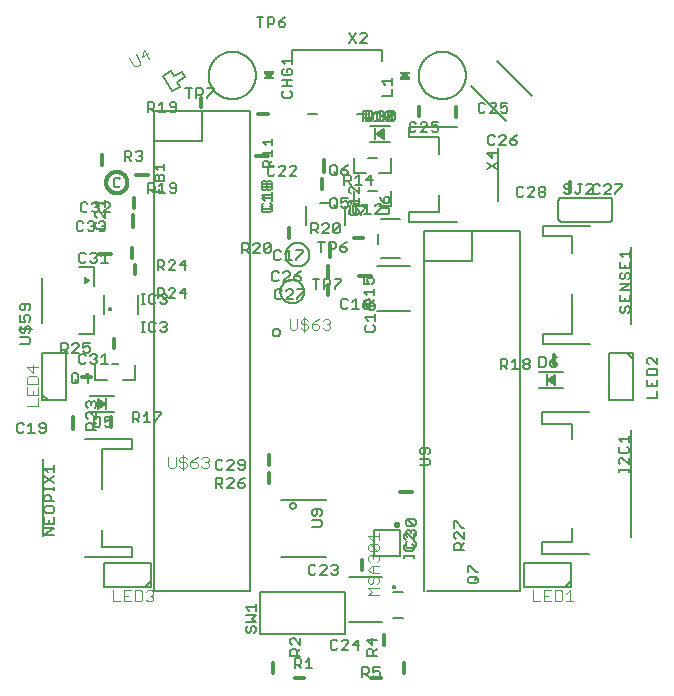
<source format=gbr>
G04 EAGLE Gerber RS-274X export*
G75*
%MOMM*%
%FSLAX34Y34*%
%LPD*%
%INSilkscreen Top*%
%IPPOS*%
%AMOC8*
5,1,8,0,0,1.08239X$1,22.5*%
G01*
%ADD10C,0.203200*%
%ADD11C,0.152400*%
%ADD12C,0.076200*%
%ADD13C,0.304800*%
%ADD14C,0.177800*%
%ADD15R,0.889000X0.190500*%
%ADD16C,0.127000*%
%ADD17R,0.200000X1.000000*%
%ADD18C,0.101600*%

G36*
X-57746Y272290D02*
X-57746Y272290D01*
X-57741Y272290D01*
X-57625Y272316D01*
X-57509Y272341D01*
X-57505Y272343D01*
X-57501Y272344D01*
X-57399Y272405D01*
X-57297Y272466D01*
X-57294Y272469D01*
X-57291Y272471D01*
X-57176Y272593D01*
X-53366Y277673D01*
X-53358Y277689D01*
X-53346Y277702D01*
X-53301Y277798D01*
X-53252Y277891D01*
X-53249Y277909D01*
X-53242Y277925D01*
X-53230Y278030D01*
X-53214Y278134D01*
X-53217Y278152D01*
X-53215Y278169D01*
X-53237Y278272D01*
X-53255Y278377D01*
X-53263Y278392D01*
X-53267Y278410D01*
X-53321Y278500D01*
X-53371Y278594D01*
X-53384Y278606D01*
X-53393Y278621D01*
X-53473Y278690D01*
X-53550Y278762D01*
X-53567Y278769D01*
X-53580Y278781D01*
X-53678Y278820D01*
X-53774Y278864D01*
X-53792Y278866D01*
X-53808Y278873D01*
X-53975Y278891D01*
X-61595Y278891D01*
X-61613Y278888D01*
X-61630Y278890D01*
X-61734Y278869D01*
X-61838Y278852D01*
X-61853Y278843D01*
X-61871Y278840D01*
X-61962Y278786D01*
X-62055Y278736D01*
X-62067Y278724D01*
X-62083Y278715D01*
X-62152Y278635D01*
X-62225Y278558D01*
X-62232Y278542D01*
X-62244Y278528D01*
X-62284Y278431D01*
X-62328Y278335D01*
X-62330Y278317D01*
X-62337Y278301D01*
X-62344Y278195D01*
X-62355Y278091D01*
X-62351Y278073D01*
X-62353Y278055D01*
X-62325Y277953D01*
X-62303Y277850D01*
X-62294Y277835D01*
X-62289Y277818D01*
X-62204Y277673D01*
X-58394Y272593D01*
X-58391Y272590D01*
X-58389Y272587D01*
X-58302Y272505D01*
X-58217Y272423D01*
X-58213Y272421D01*
X-58210Y272418D01*
X-58101Y272368D01*
X-57994Y272318D01*
X-57990Y272318D01*
X-57986Y272316D01*
X-57868Y272303D01*
X-57750Y272290D01*
X-57746Y272290D01*
G37*
G36*
X61213Y271877D02*
X61213Y271877D01*
X61230Y271875D01*
X61334Y271896D01*
X61438Y271914D01*
X61453Y271922D01*
X61471Y271926D01*
X61562Y271979D01*
X61655Y272029D01*
X61667Y272041D01*
X61683Y272051D01*
X61752Y272130D01*
X61825Y272207D01*
X61832Y272223D01*
X61844Y272237D01*
X61884Y272334D01*
X61928Y272430D01*
X61930Y272448D01*
X61937Y272464D01*
X61944Y272570D01*
X61955Y272674D01*
X61951Y272692D01*
X61953Y272710D01*
X61925Y272812D01*
X61903Y272915D01*
X61894Y272930D01*
X61889Y272947D01*
X61804Y273092D01*
X57994Y278172D01*
X57991Y278175D01*
X57989Y278179D01*
X57902Y278260D01*
X57817Y278342D01*
X57813Y278344D01*
X57810Y278347D01*
X57701Y278397D01*
X57594Y278447D01*
X57590Y278447D01*
X57586Y278449D01*
X57468Y278462D01*
X57350Y278475D01*
X57346Y278475D01*
X57341Y278475D01*
X57225Y278449D01*
X57109Y278425D01*
X57105Y278422D01*
X57101Y278421D01*
X56999Y278360D01*
X56897Y278300D01*
X56894Y278296D01*
X56891Y278294D01*
X56776Y278172D01*
X52966Y273092D01*
X52958Y273076D01*
X52946Y273063D01*
X52901Y272967D01*
X52852Y272874D01*
X52849Y272856D01*
X52842Y272840D01*
X52830Y272735D01*
X52814Y272631D01*
X52817Y272613D01*
X52815Y272596D01*
X52837Y272493D01*
X52855Y272388D01*
X52863Y272373D01*
X52867Y272355D01*
X52921Y272265D01*
X52971Y272172D01*
X52984Y272159D01*
X52993Y272144D01*
X53073Y272075D01*
X53150Y272003D01*
X53167Y271996D01*
X53180Y271984D01*
X53278Y271945D01*
X53374Y271901D01*
X53392Y271899D01*
X53408Y271892D01*
X53575Y271874D01*
X61195Y271874D01*
X61213Y271877D01*
G37*
G36*
X38240Y223053D02*
X38240Y223053D01*
X38311Y223051D01*
X38380Y223069D01*
X38451Y223078D01*
X38517Y223105D01*
X38586Y223123D01*
X38647Y223160D01*
X38713Y223187D01*
X38769Y223232D01*
X38831Y223269D01*
X38880Y223320D01*
X38935Y223365D01*
X38976Y223424D01*
X39025Y223476D01*
X39058Y223539D01*
X39099Y223597D01*
X39122Y223665D01*
X39155Y223729D01*
X39165Y223788D01*
X39192Y223866D01*
X39198Y223985D01*
X39210Y224060D01*
X39210Y228060D01*
X39200Y228131D01*
X39200Y228203D01*
X39180Y228271D01*
X39170Y228342D01*
X39141Y228407D01*
X39121Y228476D01*
X39083Y228536D01*
X39054Y228601D01*
X39008Y228656D01*
X38970Y228716D01*
X38917Y228764D01*
X38871Y228818D01*
X38811Y228858D01*
X38757Y228905D01*
X38693Y228936D01*
X38634Y228976D01*
X38566Y228997D01*
X38501Y229028D01*
X38431Y229040D01*
X38363Y229061D01*
X38291Y229063D01*
X38221Y229075D01*
X38150Y229067D01*
X38079Y229069D01*
X38009Y229050D01*
X37938Y229042D01*
X37883Y229017D01*
X37804Y228997D01*
X37701Y228936D01*
X37632Y228905D01*
X34632Y226905D01*
X34545Y226828D01*
X34455Y226755D01*
X34440Y226733D01*
X34420Y226715D01*
X34358Y226618D01*
X34291Y226523D01*
X34283Y226497D01*
X34268Y226475D01*
X34236Y226364D01*
X34198Y226254D01*
X34197Y226227D01*
X34190Y226202D01*
X34190Y226086D01*
X34184Y225970D01*
X34190Y225944D01*
X34190Y225917D01*
X34222Y225806D01*
X34248Y225693D01*
X34261Y225670D01*
X34269Y225644D01*
X34331Y225546D01*
X34387Y225445D01*
X34405Y225429D01*
X34420Y225404D01*
X34628Y225219D01*
X34632Y225215D01*
X37632Y223215D01*
X37696Y223184D01*
X37756Y223145D01*
X37824Y223123D01*
X37888Y223092D01*
X37959Y223080D01*
X38027Y223059D01*
X38098Y223057D01*
X38169Y223045D01*
X38240Y223053D01*
G37*
G36*
X183020Y14773D02*
X183020Y14773D01*
X183091Y14771D01*
X183160Y14789D01*
X183231Y14798D01*
X183297Y14825D01*
X183366Y14843D01*
X183427Y14880D01*
X183493Y14907D01*
X183549Y14952D01*
X183611Y14989D01*
X183660Y15040D01*
X183715Y15085D01*
X183756Y15144D01*
X183805Y15196D01*
X183838Y15259D01*
X183879Y15317D01*
X183902Y15385D01*
X183935Y15449D01*
X183945Y15508D01*
X183972Y15586D01*
X183978Y15705D01*
X183990Y15780D01*
X183990Y19780D01*
X183980Y19851D01*
X183980Y19923D01*
X183960Y19991D01*
X183950Y20062D01*
X183921Y20127D01*
X183901Y20196D01*
X183863Y20256D01*
X183834Y20321D01*
X183788Y20376D01*
X183750Y20436D01*
X183697Y20484D01*
X183651Y20538D01*
X183591Y20578D01*
X183537Y20625D01*
X183473Y20656D01*
X183414Y20696D01*
X183346Y20717D01*
X183281Y20748D01*
X183211Y20760D01*
X183143Y20781D01*
X183071Y20783D01*
X183001Y20795D01*
X182930Y20787D01*
X182859Y20789D01*
X182789Y20770D01*
X182718Y20762D01*
X182663Y20737D01*
X182584Y20717D01*
X182481Y20656D01*
X182412Y20625D01*
X179412Y18625D01*
X179325Y18548D01*
X179235Y18475D01*
X179220Y18453D01*
X179200Y18435D01*
X179138Y18338D01*
X179071Y18243D01*
X179063Y18217D01*
X179048Y18195D01*
X179016Y18084D01*
X178978Y17974D01*
X178977Y17947D01*
X178970Y17922D01*
X178970Y17806D01*
X178964Y17690D01*
X178970Y17664D01*
X178970Y17637D01*
X179002Y17526D01*
X179028Y17413D01*
X179041Y17390D01*
X179049Y17364D01*
X179111Y17266D01*
X179167Y17165D01*
X179185Y17149D01*
X179200Y17124D01*
X179408Y16939D01*
X179412Y16935D01*
X182412Y14935D01*
X182476Y14904D01*
X182536Y14865D01*
X182604Y14843D01*
X182668Y14812D01*
X182739Y14800D01*
X182807Y14779D01*
X182878Y14777D01*
X182949Y14765D01*
X183020Y14773D01*
G37*
G36*
X-201345Y-5547D02*
X-201345Y-5547D01*
X-201274Y-5549D01*
X-201204Y-5530D01*
X-201133Y-5522D01*
X-201078Y-5497D01*
X-200999Y-5477D01*
X-200896Y-5416D01*
X-200827Y-5385D01*
X-197827Y-3385D01*
X-197740Y-3308D01*
X-197650Y-3235D01*
X-197635Y-3213D01*
X-197615Y-3195D01*
X-197553Y-3098D01*
X-197486Y-3003D01*
X-197478Y-2977D01*
X-197463Y-2955D01*
X-197431Y-2844D01*
X-197393Y-2734D01*
X-197392Y-2707D01*
X-197385Y-2682D01*
X-197385Y-2566D01*
X-197379Y-2450D01*
X-197385Y-2424D01*
X-197385Y-2397D01*
X-197417Y-2286D01*
X-197443Y-2173D01*
X-197456Y-2150D01*
X-197464Y-2124D01*
X-197526Y-2026D01*
X-197582Y-1925D01*
X-197600Y-1909D01*
X-197615Y-1884D01*
X-197823Y-1699D01*
X-197827Y-1695D01*
X-200827Y305D01*
X-200891Y336D01*
X-200951Y376D01*
X-201019Y397D01*
X-201083Y428D01*
X-201154Y440D01*
X-201222Y461D01*
X-201293Y463D01*
X-201364Y475D01*
X-201435Y467D01*
X-201506Y469D01*
X-201575Y451D01*
X-201646Y442D01*
X-201712Y415D01*
X-201781Y397D01*
X-201842Y360D01*
X-201908Y333D01*
X-201964Y288D01*
X-202026Y252D01*
X-202075Y200D01*
X-202130Y155D01*
X-202171Y97D01*
X-202220Y44D01*
X-202253Y-19D01*
X-202294Y-77D01*
X-202317Y-145D01*
X-202350Y-209D01*
X-202360Y-268D01*
X-202387Y-346D01*
X-202393Y-465D01*
X-202405Y-540D01*
X-202405Y-4540D01*
X-202395Y-4611D01*
X-202395Y-4683D01*
X-202375Y-4751D01*
X-202365Y-4822D01*
X-202336Y-4887D01*
X-202316Y-4956D01*
X-202278Y-5016D01*
X-202249Y-5081D01*
X-202203Y-5136D01*
X-202165Y-5196D01*
X-202112Y-5244D01*
X-202066Y-5298D01*
X-202006Y-5338D01*
X-201952Y-5385D01*
X-201888Y-5416D01*
X-201829Y-5456D01*
X-201761Y-5477D01*
X-201696Y-5508D01*
X-201626Y-5520D01*
X-201558Y-5541D01*
X-201486Y-5543D01*
X-201416Y-5555D01*
X-201345Y-5547D01*
G37*
G36*
X-213650Y98977D02*
X-213650Y98977D01*
X-213564Y98979D01*
X-213540Y98989D01*
X-213513Y98992D01*
X-213393Y99049D01*
X-213357Y99064D01*
X-213351Y99069D01*
X-213343Y99072D01*
X-209533Y101612D01*
X-209506Y101639D01*
X-209475Y101657D01*
X-209452Y101686D01*
X-209415Y101714D01*
X-209397Y101744D01*
X-209371Y101768D01*
X-209351Y101809D01*
X-209334Y101831D01*
X-209325Y101859D01*
X-209296Y101904D01*
X-209289Y101939D01*
X-209274Y101970D01*
X-209269Y102023D01*
X-209262Y102043D01*
X-209263Y102066D01*
X-209251Y102124D01*
X-209256Y102159D01*
X-209253Y102193D01*
X-209268Y102251D01*
X-209269Y102268D01*
X-209276Y102284D01*
X-209285Y102346D01*
X-209302Y102376D01*
X-209311Y102410D01*
X-209347Y102461D01*
X-209353Y102475D01*
X-209364Y102487D01*
X-209394Y102542D01*
X-209424Y102568D01*
X-209441Y102593D01*
X-209480Y102619D01*
X-209533Y102668D01*
X-213343Y105208D01*
X-213368Y105218D01*
X-213389Y105235D01*
X-213459Y105259D01*
X-213501Y105281D01*
X-213516Y105283D01*
X-213549Y105297D01*
X-213576Y105299D01*
X-213601Y105307D01*
X-213667Y105305D01*
X-213686Y105308D01*
X-213695Y105308D01*
X-213708Y105306D01*
X-213773Y105309D01*
X-213799Y105301D01*
X-213826Y105301D01*
X-213896Y105272D01*
X-213916Y105269D01*
X-213928Y105261D01*
X-213987Y105243D01*
X-214009Y105226D01*
X-214033Y105216D01*
X-214087Y105168D01*
X-214109Y105154D01*
X-214121Y105140D01*
X-214165Y105106D01*
X-214179Y105083D01*
X-214199Y105065D01*
X-214229Y105007D01*
X-214250Y104980D01*
X-214259Y104956D01*
X-214284Y104916D01*
X-214289Y104889D01*
X-214302Y104865D01*
X-214311Y104800D01*
X-214322Y104768D01*
X-214321Y104734D01*
X-214329Y104696D01*
X-214328Y104689D01*
X-214329Y104680D01*
X-214329Y99600D01*
X-214325Y99574D01*
X-214327Y99547D01*
X-214305Y99464D01*
X-214290Y99379D01*
X-214276Y99356D01*
X-214269Y99330D01*
X-214219Y99260D01*
X-214175Y99186D01*
X-214155Y99169D01*
X-214139Y99147D01*
X-214068Y99099D01*
X-214001Y99045D01*
X-213976Y99036D01*
X-213954Y99021D01*
X-213870Y99000D01*
X-213789Y98973D01*
X-213762Y98974D01*
X-213736Y98967D01*
X-213650Y98977D01*
G37*
D10*
X68900Y275590D02*
X68906Y276081D01*
X68924Y276571D01*
X68954Y277061D01*
X68996Y277550D01*
X69050Y278038D01*
X69116Y278525D01*
X69194Y279009D01*
X69284Y279492D01*
X69386Y279972D01*
X69499Y280450D01*
X69624Y280924D01*
X69761Y281396D01*
X69909Y281864D01*
X70069Y282328D01*
X70240Y282788D01*
X70422Y283244D01*
X70616Y283695D01*
X70820Y284141D01*
X71036Y284582D01*
X71262Y285018D01*
X71498Y285448D01*
X71745Y285872D01*
X72003Y286290D01*
X72271Y286701D01*
X72548Y287106D01*
X72836Y287504D01*
X73133Y287895D01*
X73440Y288278D01*
X73756Y288653D01*
X74081Y289021D01*
X74415Y289381D01*
X74758Y289732D01*
X75109Y290075D01*
X75469Y290409D01*
X75837Y290734D01*
X76212Y291050D01*
X76595Y291357D01*
X76986Y291654D01*
X77384Y291942D01*
X77789Y292219D01*
X78200Y292487D01*
X78618Y292745D01*
X79042Y292992D01*
X79472Y293228D01*
X79908Y293454D01*
X80349Y293670D01*
X80795Y293874D01*
X81246Y294068D01*
X81702Y294250D01*
X82162Y294421D01*
X82626Y294581D01*
X83094Y294729D01*
X83566Y294866D01*
X84040Y294991D01*
X84518Y295104D01*
X84998Y295206D01*
X85481Y295296D01*
X85965Y295374D01*
X86452Y295440D01*
X86940Y295494D01*
X87429Y295536D01*
X87919Y295566D01*
X88409Y295584D01*
X88900Y295590D01*
X89391Y295584D01*
X89881Y295566D01*
X90371Y295536D01*
X90860Y295494D01*
X91348Y295440D01*
X91835Y295374D01*
X92319Y295296D01*
X92802Y295206D01*
X93282Y295104D01*
X93760Y294991D01*
X94234Y294866D01*
X94706Y294729D01*
X95174Y294581D01*
X95638Y294421D01*
X96098Y294250D01*
X96554Y294068D01*
X97005Y293874D01*
X97451Y293670D01*
X97892Y293454D01*
X98328Y293228D01*
X98758Y292992D01*
X99182Y292745D01*
X99600Y292487D01*
X100011Y292219D01*
X100416Y291942D01*
X100814Y291654D01*
X101205Y291357D01*
X101588Y291050D01*
X101963Y290734D01*
X102331Y290409D01*
X102691Y290075D01*
X103042Y289732D01*
X103385Y289381D01*
X103719Y289021D01*
X104044Y288653D01*
X104360Y288278D01*
X104667Y287895D01*
X104964Y287504D01*
X105252Y287106D01*
X105529Y286701D01*
X105797Y286290D01*
X106055Y285872D01*
X106302Y285448D01*
X106538Y285018D01*
X106764Y284582D01*
X106980Y284141D01*
X107184Y283695D01*
X107378Y283244D01*
X107560Y282788D01*
X107731Y282328D01*
X107891Y281864D01*
X108039Y281396D01*
X108176Y280924D01*
X108301Y280450D01*
X108414Y279972D01*
X108516Y279492D01*
X108606Y279009D01*
X108684Y278525D01*
X108750Y278038D01*
X108804Y277550D01*
X108846Y277061D01*
X108876Y276571D01*
X108894Y276081D01*
X108900Y275590D01*
X108894Y275099D01*
X108876Y274609D01*
X108846Y274119D01*
X108804Y273630D01*
X108750Y273142D01*
X108684Y272655D01*
X108606Y272171D01*
X108516Y271688D01*
X108414Y271208D01*
X108301Y270730D01*
X108176Y270256D01*
X108039Y269784D01*
X107891Y269316D01*
X107731Y268852D01*
X107560Y268392D01*
X107378Y267936D01*
X107184Y267485D01*
X106980Y267039D01*
X106764Y266598D01*
X106538Y266162D01*
X106302Y265732D01*
X106055Y265308D01*
X105797Y264890D01*
X105529Y264479D01*
X105252Y264074D01*
X104964Y263676D01*
X104667Y263285D01*
X104360Y262902D01*
X104044Y262527D01*
X103719Y262159D01*
X103385Y261799D01*
X103042Y261448D01*
X102691Y261105D01*
X102331Y260771D01*
X101963Y260446D01*
X101588Y260130D01*
X101205Y259823D01*
X100814Y259526D01*
X100416Y259238D01*
X100011Y258961D01*
X99600Y258693D01*
X99182Y258435D01*
X98758Y258188D01*
X98328Y257952D01*
X97892Y257726D01*
X97451Y257510D01*
X97005Y257306D01*
X96554Y257112D01*
X96098Y256930D01*
X95638Y256759D01*
X95174Y256599D01*
X94706Y256451D01*
X94234Y256314D01*
X93760Y256189D01*
X93282Y256076D01*
X92802Y255974D01*
X92319Y255884D01*
X91835Y255806D01*
X91348Y255740D01*
X90860Y255686D01*
X90371Y255644D01*
X89881Y255614D01*
X89391Y255596D01*
X88900Y255590D01*
X88409Y255596D01*
X87919Y255614D01*
X87429Y255644D01*
X86940Y255686D01*
X86452Y255740D01*
X85965Y255806D01*
X85481Y255884D01*
X84998Y255974D01*
X84518Y256076D01*
X84040Y256189D01*
X83566Y256314D01*
X83094Y256451D01*
X82626Y256599D01*
X82162Y256759D01*
X81702Y256930D01*
X81246Y257112D01*
X80795Y257306D01*
X80349Y257510D01*
X79908Y257726D01*
X79472Y257952D01*
X79042Y258188D01*
X78618Y258435D01*
X78200Y258693D01*
X77789Y258961D01*
X77384Y259238D01*
X76986Y259526D01*
X76595Y259823D01*
X76212Y260130D01*
X75837Y260446D01*
X75469Y260771D01*
X75109Y261105D01*
X74758Y261448D01*
X74415Y261799D01*
X74081Y262159D01*
X73756Y262527D01*
X73440Y262902D01*
X73133Y263285D01*
X72836Y263676D01*
X72548Y264074D01*
X72271Y264479D01*
X72003Y264890D01*
X71745Y265308D01*
X71498Y265732D01*
X71262Y266162D01*
X71036Y266598D01*
X70820Y267039D01*
X70616Y267485D01*
X70422Y267936D01*
X70240Y268392D01*
X70069Y268852D01*
X69909Y269316D01*
X69761Y269784D01*
X69624Y270256D01*
X69499Y270730D01*
X69386Y271208D01*
X69284Y271688D01*
X69194Y272171D01*
X69116Y272655D01*
X69050Y273142D01*
X68996Y273630D01*
X68954Y274119D01*
X68924Y274609D01*
X68906Y275099D01*
X68900Y275590D01*
X-108900Y275590D02*
X-108894Y276081D01*
X-108876Y276571D01*
X-108846Y277061D01*
X-108804Y277550D01*
X-108750Y278038D01*
X-108684Y278525D01*
X-108606Y279009D01*
X-108516Y279492D01*
X-108414Y279972D01*
X-108301Y280450D01*
X-108176Y280924D01*
X-108039Y281396D01*
X-107891Y281864D01*
X-107731Y282328D01*
X-107560Y282788D01*
X-107378Y283244D01*
X-107184Y283695D01*
X-106980Y284141D01*
X-106764Y284582D01*
X-106538Y285018D01*
X-106302Y285448D01*
X-106055Y285872D01*
X-105797Y286290D01*
X-105529Y286701D01*
X-105252Y287106D01*
X-104964Y287504D01*
X-104667Y287895D01*
X-104360Y288278D01*
X-104044Y288653D01*
X-103719Y289021D01*
X-103385Y289381D01*
X-103042Y289732D01*
X-102691Y290075D01*
X-102331Y290409D01*
X-101963Y290734D01*
X-101588Y291050D01*
X-101205Y291357D01*
X-100814Y291654D01*
X-100416Y291942D01*
X-100011Y292219D01*
X-99600Y292487D01*
X-99182Y292745D01*
X-98758Y292992D01*
X-98328Y293228D01*
X-97892Y293454D01*
X-97451Y293670D01*
X-97005Y293874D01*
X-96554Y294068D01*
X-96098Y294250D01*
X-95638Y294421D01*
X-95174Y294581D01*
X-94706Y294729D01*
X-94234Y294866D01*
X-93760Y294991D01*
X-93282Y295104D01*
X-92802Y295206D01*
X-92319Y295296D01*
X-91835Y295374D01*
X-91348Y295440D01*
X-90860Y295494D01*
X-90371Y295536D01*
X-89881Y295566D01*
X-89391Y295584D01*
X-88900Y295590D01*
X-88409Y295584D01*
X-87919Y295566D01*
X-87429Y295536D01*
X-86940Y295494D01*
X-86452Y295440D01*
X-85965Y295374D01*
X-85481Y295296D01*
X-84998Y295206D01*
X-84518Y295104D01*
X-84040Y294991D01*
X-83566Y294866D01*
X-83094Y294729D01*
X-82626Y294581D01*
X-82162Y294421D01*
X-81702Y294250D01*
X-81246Y294068D01*
X-80795Y293874D01*
X-80349Y293670D01*
X-79908Y293454D01*
X-79472Y293228D01*
X-79042Y292992D01*
X-78618Y292745D01*
X-78200Y292487D01*
X-77789Y292219D01*
X-77384Y291942D01*
X-76986Y291654D01*
X-76595Y291357D01*
X-76212Y291050D01*
X-75837Y290734D01*
X-75469Y290409D01*
X-75109Y290075D01*
X-74758Y289732D01*
X-74415Y289381D01*
X-74081Y289021D01*
X-73756Y288653D01*
X-73440Y288278D01*
X-73133Y287895D01*
X-72836Y287504D01*
X-72548Y287106D01*
X-72271Y286701D01*
X-72003Y286290D01*
X-71745Y285872D01*
X-71498Y285448D01*
X-71262Y285018D01*
X-71036Y284582D01*
X-70820Y284141D01*
X-70616Y283695D01*
X-70422Y283244D01*
X-70240Y282788D01*
X-70069Y282328D01*
X-69909Y281864D01*
X-69761Y281396D01*
X-69624Y280924D01*
X-69499Y280450D01*
X-69386Y279972D01*
X-69284Y279492D01*
X-69194Y279009D01*
X-69116Y278525D01*
X-69050Y278038D01*
X-68996Y277550D01*
X-68954Y277061D01*
X-68924Y276571D01*
X-68906Y276081D01*
X-68900Y275590D01*
X-68906Y275099D01*
X-68924Y274609D01*
X-68954Y274119D01*
X-68996Y273630D01*
X-69050Y273142D01*
X-69116Y272655D01*
X-69194Y272171D01*
X-69284Y271688D01*
X-69386Y271208D01*
X-69499Y270730D01*
X-69624Y270256D01*
X-69761Y269784D01*
X-69909Y269316D01*
X-70069Y268852D01*
X-70240Y268392D01*
X-70422Y267936D01*
X-70616Y267485D01*
X-70820Y267039D01*
X-71036Y266598D01*
X-71262Y266162D01*
X-71498Y265732D01*
X-71745Y265308D01*
X-72003Y264890D01*
X-72271Y264479D01*
X-72548Y264074D01*
X-72836Y263676D01*
X-73133Y263285D01*
X-73440Y262902D01*
X-73756Y262527D01*
X-74081Y262159D01*
X-74415Y261799D01*
X-74758Y261448D01*
X-75109Y261105D01*
X-75469Y260771D01*
X-75837Y260446D01*
X-76212Y260130D01*
X-76595Y259823D01*
X-76986Y259526D01*
X-77384Y259238D01*
X-77789Y258961D01*
X-78200Y258693D01*
X-78618Y258435D01*
X-79042Y258188D01*
X-79472Y257952D01*
X-79908Y257726D01*
X-80349Y257510D01*
X-80795Y257306D01*
X-81246Y257112D01*
X-81702Y256930D01*
X-82162Y256759D01*
X-82626Y256599D01*
X-83094Y256451D01*
X-83566Y256314D01*
X-84040Y256189D01*
X-84518Y256076D01*
X-84998Y255974D01*
X-85481Y255884D01*
X-85965Y255806D01*
X-86452Y255740D01*
X-86940Y255686D01*
X-87429Y255644D01*
X-87919Y255614D01*
X-88409Y255596D01*
X-88900Y255590D01*
X-89391Y255596D01*
X-89881Y255614D01*
X-90371Y255644D01*
X-90860Y255686D01*
X-91348Y255740D01*
X-91835Y255806D01*
X-92319Y255884D01*
X-92802Y255974D01*
X-93282Y256076D01*
X-93760Y256189D01*
X-94234Y256314D01*
X-94706Y256451D01*
X-95174Y256599D01*
X-95638Y256759D01*
X-96098Y256930D01*
X-96554Y257112D01*
X-97005Y257306D01*
X-97451Y257510D01*
X-97892Y257726D01*
X-98328Y257952D01*
X-98758Y258188D01*
X-99182Y258435D01*
X-99600Y258693D01*
X-100011Y258961D01*
X-100416Y259238D01*
X-100814Y259526D01*
X-101205Y259823D01*
X-101588Y260130D01*
X-101963Y260446D01*
X-102331Y260771D01*
X-102691Y261105D01*
X-103042Y261448D01*
X-103385Y261799D01*
X-103719Y262159D01*
X-104044Y262527D01*
X-104360Y262902D01*
X-104667Y263285D01*
X-104964Y263676D01*
X-105252Y264074D01*
X-105529Y264479D01*
X-105797Y264890D01*
X-106055Y265308D01*
X-106302Y265732D01*
X-106538Y266162D01*
X-106764Y266598D01*
X-106980Y267039D01*
X-107184Y267485D01*
X-107378Y267936D01*
X-107560Y268392D01*
X-107731Y268852D01*
X-107891Y269316D01*
X-108039Y269784D01*
X-108176Y270256D01*
X-108301Y270730D01*
X-108414Y271208D01*
X-108516Y271688D01*
X-108606Y272171D01*
X-108684Y272655D01*
X-108750Y273142D01*
X-108804Y273630D01*
X-108846Y274119D01*
X-108876Y274609D01*
X-108894Y275099D01*
X-108900Y275590D01*
D11*
X-131403Y278502D02*
X-138002Y274692D01*
X-140542Y279091D01*
X-147141Y275281D01*
X-139521Y262083D01*
X-132922Y265893D01*
X-135462Y270292D01*
X-128863Y274102D01*
X-131403Y278502D01*
D12*
X-172073Y283667D02*
X-175992Y290455D01*
X-172073Y283667D02*
X-169932Y283093D01*
X-167216Y284661D01*
X-166643Y286802D01*
X-170562Y293591D01*
X-163818Y297484D02*
X-159115Y289339D01*
X-165539Y291060D02*
X-163818Y297484D01*
X-160108Y294195D02*
X-165539Y291060D01*
D13*
X-198755Y207835D02*
X-198755Y199835D01*
D14*
X-180086Y203454D02*
X-180086Y211843D01*
X-175891Y211843D01*
X-174493Y210445D01*
X-174493Y207649D01*
X-175891Y206250D01*
X-180086Y206250D01*
X-177290Y206250D02*
X-174493Y203454D01*
X-170731Y210445D02*
X-169333Y211843D01*
X-166536Y211843D01*
X-165138Y210445D01*
X-165138Y209047D01*
X-166536Y207649D01*
X-167934Y207649D01*
X-166536Y207649D02*
X-165138Y206250D01*
X-165138Y204852D01*
X-166536Y203454D01*
X-169333Y203454D01*
X-170731Y204852D01*
D13*
X13950Y138305D02*
X21950Y138305D01*
D14*
X19057Y165385D02*
X17659Y166783D01*
X14862Y166783D01*
X13464Y165385D01*
X13464Y159792D01*
X14862Y158394D01*
X17659Y158394D01*
X19057Y159792D01*
X22819Y163987D02*
X25616Y166783D01*
X25616Y158394D01*
X28412Y158394D02*
X22819Y158394D01*
X32174Y158394D02*
X37767Y158394D01*
X32174Y158394D02*
X37767Y163987D01*
X37767Y165385D01*
X36369Y166783D01*
X33573Y166783D01*
X32174Y165385D01*
X11340Y162567D02*
X9942Y161169D01*
X9942Y158372D01*
X11340Y156974D01*
X16933Y156974D01*
X18331Y158372D01*
X18331Y161169D01*
X16933Y162567D01*
X12738Y166329D02*
X9942Y169126D01*
X18331Y169126D01*
X18331Y171922D02*
X18331Y166329D01*
X18331Y175684D02*
X18331Y181277D01*
X18331Y175684D02*
X12738Y181277D01*
X11340Y181277D01*
X9942Y179879D01*
X9942Y177083D01*
X11340Y175684D01*
D13*
X18565Y106080D02*
X28725Y106080D01*
D14*
X8936Y85100D02*
X7538Y86498D01*
X4742Y86498D01*
X3343Y85100D01*
X3343Y79507D01*
X4742Y78109D01*
X7538Y78109D01*
X8936Y79507D01*
X12699Y83702D02*
X15495Y86498D01*
X15495Y78109D01*
X12699Y78109D02*
X18291Y78109D01*
X24850Y85100D02*
X27647Y86498D01*
X24850Y85100D02*
X22054Y82304D01*
X22054Y79507D01*
X23452Y78109D01*
X26248Y78109D01*
X27647Y79507D01*
X27647Y80905D01*
X26248Y82304D01*
X22054Y82304D01*
X24655Y64176D02*
X23257Y62778D01*
X23257Y59982D01*
X24655Y58583D01*
X30248Y58583D01*
X31646Y59982D01*
X31646Y62778D01*
X30248Y64176D01*
X26053Y67939D02*
X23257Y70735D01*
X31646Y70735D01*
X31646Y67939D02*
X31646Y73531D01*
X24655Y80090D02*
X23257Y82887D01*
X24655Y80090D02*
X27451Y77294D01*
X30248Y77294D01*
X31646Y78692D01*
X31646Y81488D01*
X30248Y82887D01*
X28850Y82887D01*
X27451Y81488D01*
X27451Y77294D01*
D15*
X57385Y277533D03*
D14*
X46336Y258284D02*
X37947Y258284D01*
X46336Y258284D02*
X46336Y263877D01*
X40743Y267639D02*
X37947Y270436D01*
X46336Y270436D01*
X46336Y273232D02*
X46336Y267639D01*
X46336Y258284D02*
X37947Y258284D01*
X46336Y258284D02*
X46336Y263877D01*
X40743Y267639D02*
X37947Y270436D01*
X46336Y270436D01*
X46336Y273232D02*
X46336Y267639D01*
D13*
X69215Y249110D02*
X69215Y241110D01*
D14*
X21718Y237109D02*
X21718Y245498D01*
X25913Y245498D01*
X27311Y244100D01*
X27311Y241304D01*
X25913Y239905D01*
X21718Y239905D01*
X24515Y239905D02*
X27311Y237109D01*
X31074Y242702D02*
X33870Y245498D01*
X33870Y237109D01*
X31074Y237109D02*
X36666Y237109D01*
X40429Y238507D02*
X40429Y244100D01*
X41827Y245498D01*
X44623Y245498D01*
X46022Y244100D01*
X46022Y238507D01*
X44623Y237109D01*
X41827Y237109D01*
X40429Y238507D01*
X46022Y244100D01*
X24258Y245498D02*
X24258Y237109D01*
X24258Y245498D02*
X28453Y245498D01*
X29851Y244100D01*
X29851Y241304D01*
X28453Y239905D01*
X24258Y239905D01*
X27055Y239905D02*
X29851Y237109D01*
X33614Y242702D02*
X36410Y245498D01*
X36410Y237109D01*
X33614Y237109D02*
X39206Y237109D01*
X42969Y238507D02*
X42969Y244100D01*
X44367Y245498D01*
X47163Y245498D01*
X48562Y244100D01*
X48562Y238507D01*
X47163Y237109D01*
X44367Y237109D01*
X42969Y238507D01*
X48562Y244100D01*
D10*
X113430Y266318D02*
X143128Y236620D01*
X164700Y258192D02*
X135002Y287890D01*
D16*
X25000Y243000D02*
X17000Y243000D01*
X-17000Y243000D02*
X-25000Y243000D01*
X38000Y288000D02*
X38000Y297000D01*
X-38000Y297000D01*
X-38000Y288000D01*
D14*
X9959Y311638D02*
X15551Y303249D01*
X9959Y303249D02*
X15551Y311638D01*
X19314Y303249D02*
X24907Y303249D01*
X19314Y303249D02*
X24907Y308842D01*
X24907Y310240D01*
X23508Y311638D01*
X20712Y311638D01*
X19314Y310240D01*
X15551Y303249D02*
X9959Y311638D01*
X15551Y311638D02*
X9959Y303249D01*
X19314Y303249D02*
X24907Y303249D01*
X19314Y303249D02*
X24907Y308842D01*
X24907Y310240D01*
X23508Y311638D01*
X20712Y311638D01*
X19314Y310240D01*
D10*
X37085Y120660D02*
X53085Y120660D01*
X53085Y153660D02*
X37085Y153660D01*
X34585Y141160D02*
X34585Y133160D01*
D14*
X35807Y157829D02*
X42798Y157829D01*
X44196Y159227D01*
X44196Y162024D01*
X42798Y163422D01*
X35807Y163422D01*
X37205Y169981D02*
X35807Y172777D01*
X37205Y169981D02*
X40001Y167184D01*
X42798Y167184D01*
X44196Y168582D01*
X44196Y171379D01*
X42798Y172777D01*
X41400Y172777D01*
X40001Y171379D01*
X40001Y167184D01*
X42798Y157829D02*
X35807Y157829D01*
X42798Y157829D02*
X44196Y159227D01*
X44196Y162024D01*
X42798Y163422D01*
X35807Y163422D01*
X37205Y169981D02*
X35807Y172777D01*
X37205Y169981D02*
X40001Y167184D01*
X42798Y167184D01*
X44196Y168582D01*
X44196Y171379D01*
X42798Y172777D01*
X41400Y172777D01*
X40001Y171379D01*
X40001Y167184D01*
D10*
X136045Y169270D02*
X136045Y214270D01*
X101045Y151770D02*
X61045Y151770D01*
X61045Y160270D01*
X86045Y160270D01*
X86045Y174270D01*
X86045Y209270D02*
X86045Y223270D01*
X61045Y223270D01*
X61045Y231770D01*
X101045Y231770D01*
D14*
X126612Y196174D02*
X135001Y201766D01*
X135001Y196174D02*
X126612Y201766D01*
X126612Y209723D02*
X135001Y209723D01*
X130806Y205529D02*
X126612Y209723D01*
X130806Y211122D02*
X130806Y205529D01*
X135001Y201766D02*
X126612Y196174D01*
X126612Y201766D02*
X135001Y196174D01*
X135001Y209723D02*
X126612Y209723D01*
X130806Y205529D01*
X130806Y211122D01*
D10*
X-26660Y164845D02*
X-26660Y148845D01*
X6340Y148845D02*
X6340Y164845D01*
X-6160Y167345D02*
X-14160Y167345D01*
D14*
X10509Y166123D02*
X10509Y159132D01*
X11907Y157734D01*
X14704Y157734D01*
X16102Y159132D01*
X16102Y166123D01*
X19864Y166123D02*
X25457Y166123D01*
X25457Y164725D01*
X19864Y159132D01*
X19864Y157734D01*
X10509Y159132D02*
X10509Y166123D01*
X10509Y159132D02*
X11907Y157734D01*
X14704Y157734D01*
X16102Y159132D01*
X16102Y166123D01*
X19864Y166123D02*
X25457Y166123D01*
X25457Y164725D01*
X19864Y159132D01*
X19864Y157734D01*
D15*
X-57785Y273233D03*
D14*
X-46743Y261033D02*
X-45345Y262431D01*
X-46743Y261033D02*
X-46743Y258236D01*
X-45345Y256838D01*
X-39752Y256838D01*
X-38354Y258236D01*
X-38354Y261033D01*
X-39752Y262431D01*
X-38354Y266193D02*
X-46743Y266193D01*
X-42549Y266193D02*
X-42549Y271786D01*
X-46743Y271786D02*
X-38354Y271786D01*
X-46743Y279743D02*
X-45345Y281141D01*
X-46743Y279743D02*
X-46743Y276947D01*
X-45345Y275549D01*
X-39752Y275549D01*
X-38354Y276947D01*
X-38354Y279743D01*
X-39752Y281141D01*
X-42549Y281141D01*
X-42549Y278345D01*
X-43947Y284904D02*
X-46743Y287700D01*
X-38354Y287700D01*
X-38354Y284904D02*
X-38354Y290497D01*
X-45345Y262431D02*
X-46743Y261033D01*
X-46743Y258236D01*
X-45345Y256838D01*
X-39752Y256838D01*
X-38354Y258236D01*
X-38354Y261033D01*
X-39752Y262431D01*
X-38354Y266193D02*
X-46743Y266193D01*
X-42549Y266193D02*
X-42549Y271786D01*
X-46743Y271786D02*
X-38354Y271786D01*
X-46743Y279743D02*
X-45345Y281141D01*
X-46743Y279743D02*
X-46743Y276947D01*
X-45345Y275549D01*
X-39752Y275549D01*
X-38354Y276947D01*
X-38354Y279743D01*
X-39752Y281141D01*
X-42549Y281141D01*
X-42549Y278345D01*
X-43947Y284904D02*
X-46743Y287700D01*
X-38354Y287700D01*
X-38354Y284904D02*
X-38354Y290497D01*
D13*
X-58865Y242570D02*
X-66865Y242570D01*
D14*
X-63253Y197613D02*
X-54864Y197613D01*
X-63253Y197613D02*
X-63253Y201808D01*
X-61855Y203206D01*
X-59059Y203206D01*
X-57660Y201808D01*
X-57660Y197613D01*
X-57660Y200410D02*
X-54864Y203206D01*
X-60457Y206969D02*
X-63253Y209765D01*
X-54864Y209765D01*
X-54864Y206969D02*
X-54864Y212561D01*
X-60457Y216324D02*
X-63253Y219120D01*
X-54864Y219120D01*
X-54864Y216324D02*
X-54864Y221917D01*
X-54864Y197613D02*
X-63253Y197613D01*
X-63253Y201808D01*
X-61855Y203206D01*
X-59059Y203206D01*
X-57660Y201808D01*
X-57660Y197613D01*
X-57660Y200410D02*
X-54864Y203206D01*
X-60457Y206969D02*
X-63253Y209765D01*
X-54864Y209765D01*
X-54864Y206969D02*
X-54864Y212561D01*
X-60457Y216324D02*
X-63253Y219120D01*
X-54864Y219120D01*
X-54864Y216324D02*
X-54864Y221917D01*
D13*
X-5715Y132080D02*
X-5715Y121920D01*
D14*
X-47619Y125990D02*
X-49017Y127388D01*
X-51813Y127388D01*
X-53212Y125990D01*
X-53212Y120397D01*
X-51813Y118999D01*
X-49017Y118999D01*
X-47619Y120397D01*
X-43856Y124592D02*
X-41060Y127388D01*
X-41060Y118999D01*
X-43856Y118999D02*
X-38264Y118999D01*
X-34501Y127388D02*
X-28908Y127388D01*
X-28908Y125990D01*
X-34501Y120397D01*
X-34501Y118999D01*
X-47619Y125990D02*
X-49017Y127388D01*
X-51813Y127388D01*
X-53212Y125990D01*
X-53212Y120397D01*
X-51813Y118999D01*
X-49017Y118999D01*
X-47619Y120397D01*
X-43856Y124592D02*
X-41060Y127388D01*
X-41060Y118999D01*
X-43856Y118999D02*
X-38264Y118999D01*
X-34501Y127388D02*
X-28908Y127388D01*
X-28908Y125990D01*
X-34501Y120397D01*
X-34501Y118999D01*
D13*
X-12700Y179515D02*
X-12700Y187515D01*
D14*
X5969Y191523D02*
X5969Y183134D01*
X5969Y191523D02*
X10164Y191523D01*
X11562Y190125D01*
X11562Y187329D01*
X10164Y185930D01*
X5969Y185930D01*
X8765Y185930D02*
X11562Y183134D01*
X15324Y188727D02*
X18121Y191523D01*
X18121Y183134D01*
X20917Y183134D02*
X15324Y183134D01*
X28874Y183134D02*
X28874Y191523D01*
X24679Y187329D01*
X30272Y187329D01*
X5969Y183134D02*
X5969Y191523D01*
X10164Y191523D01*
X11562Y190125D01*
X11562Y187329D01*
X10164Y185930D01*
X5969Y185930D01*
X8765Y185930D02*
X11562Y183134D01*
X15324Y188727D02*
X18121Y191523D01*
X18121Y183134D01*
X20917Y183134D02*
X15324Y183134D01*
X28874Y183134D02*
X28874Y191523D01*
X24679Y187329D01*
X30272Y187329D01*
D13*
X-58420Y207010D02*
X-68580Y207010D01*
D14*
X-62490Y167646D02*
X-63888Y166248D01*
X-63888Y163452D01*
X-62490Y162053D01*
X-56897Y162053D01*
X-55499Y163452D01*
X-55499Y166248D01*
X-56897Y167646D01*
X-61092Y171409D02*
X-63888Y174205D01*
X-55499Y174205D01*
X-55499Y171409D02*
X-55499Y177001D01*
X-62490Y180764D02*
X-63888Y182162D01*
X-63888Y184958D01*
X-62490Y186357D01*
X-61092Y186357D01*
X-59694Y184958D01*
X-58295Y186357D01*
X-56897Y186357D01*
X-55499Y184958D01*
X-55499Y182162D01*
X-56897Y180764D01*
X-58295Y180764D01*
X-59694Y182162D01*
X-61092Y180764D01*
X-62490Y180764D01*
X-59694Y182162D02*
X-59694Y184958D01*
X-62490Y165106D02*
X-63888Y163708D01*
X-63888Y160912D01*
X-62490Y159513D01*
X-56897Y159513D01*
X-55499Y160912D01*
X-55499Y163708D01*
X-56897Y165106D01*
X-61092Y168869D02*
X-63888Y171665D01*
X-55499Y171665D01*
X-55499Y168869D02*
X-55499Y174461D01*
X-62490Y178224D02*
X-63888Y179622D01*
X-63888Y182418D01*
X-62490Y183817D01*
X-61092Y183817D01*
X-59694Y182418D01*
X-58295Y183817D01*
X-56897Y183817D01*
X-55499Y182418D01*
X-55499Y179622D01*
X-56897Y178224D01*
X-58295Y178224D01*
X-59694Y179622D01*
X-61092Y178224D01*
X-62490Y178224D01*
X-59694Y179622D02*
X-59694Y182418D01*
D11*
X230030Y40320D02*
X230030Y320D01*
X230030Y40320D02*
X245030Y40320D01*
X250030Y40320D01*
X250030Y35320D01*
X250030Y320D01*
X230030Y320D01*
X250030Y35320D02*
X245030Y40320D01*
D14*
X262502Y2838D02*
X270891Y2838D01*
X270891Y8431D01*
X262502Y12193D02*
X262502Y17786D01*
X262502Y12193D02*
X270891Y12193D01*
X270891Y17786D01*
X266696Y14990D02*
X266696Y12193D01*
X262502Y21549D02*
X270891Y21549D01*
X270891Y25743D01*
X269493Y27141D01*
X263900Y27141D01*
X262502Y25743D01*
X262502Y21549D01*
X270891Y30904D02*
X270891Y36497D01*
X270891Y30904D02*
X265298Y36497D01*
X263900Y36497D01*
X262502Y35098D01*
X262502Y32302D01*
X263900Y30904D01*
D10*
X-114300Y245110D02*
X-154940Y245110D01*
X-114300Y245110D02*
X-73660Y245110D01*
X-73660Y-161290D01*
X-154940Y-161290D02*
X-154940Y219710D01*
X-154940Y245110D01*
X-154940Y-161290D02*
X-73660Y-161290D01*
X-114300Y219710D02*
X-114300Y245110D01*
X-114300Y219710D02*
X-154940Y219710D01*
X73660Y143510D02*
X114300Y143510D01*
X154940Y143510D01*
X154940Y-161290D01*
X73660Y-161290D02*
X73660Y118110D01*
X73660Y143510D01*
X114300Y143510D02*
X114300Y118110D01*
X73660Y118110D01*
X114300Y-161290D02*
X154940Y-161290D01*
X114300Y-161290D02*
X76200Y-161290D01*
D13*
X-223520Y-24130D02*
X-223520Y-13970D01*
D14*
X-265424Y-20060D02*
X-266822Y-18662D01*
X-269618Y-18662D01*
X-271017Y-20060D01*
X-271017Y-25653D01*
X-269618Y-27051D01*
X-266822Y-27051D01*
X-265424Y-25653D01*
X-261661Y-21458D02*
X-258865Y-18662D01*
X-258865Y-27051D01*
X-261661Y-27051D02*
X-256069Y-27051D01*
X-252306Y-25653D02*
X-250908Y-27051D01*
X-248112Y-27051D01*
X-246713Y-25653D01*
X-246713Y-20060D01*
X-248112Y-18662D01*
X-250908Y-18662D01*
X-252306Y-20060D01*
X-252306Y-21458D01*
X-250908Y-22856D01*
X-246713Y-22856D01*
X-265424Y-20060D02*
X-266822Y-18662D01*
X-269618Y-18662D01*
X-271017Y-20060D01*
X-271017Y-25653D01*
X-269618Y-27051D01*
X-266822Y-27051D01*
X-265424Y-25653D01*
X-261661Y-21458D02*
X-258865Y-18662D01*
X-258865Y-27051D01*
X-261661Y-27051D02*
X-256069Y-27051D01*
X-252306Y-25653D02*
X-250908Y-27051D01*
X-248112Y-27051D01*
X-246713Y-25653D01*
X-246713Y-20060D01*
X-248112Y-18662D01*
X-250908Y-18662D01*
X-252306Y-20060D01*
X-252306Y-21458D01*
X-250908Y-22856D01*
X-246713Y-22856D01*
D10*
X-171363Y17653D02*
X-171363Y30781D01*
X-171363Y17653D02*
X-180951Y17653D01*
X-204811Y17653D02*
X-204811Y30781D01*
X-204811Y17653D02*
X-195223Y17653D01*
X-190311Y30861D02*
X-185723Y30861D01*
D14*
X-224958Y21977D02*
X-224958Y16384D01*
X-224958Y21977D02*
X-223560Y23375D01*
X-220764Y23375D01*
X-219366Y21977D01*
X-219366Y16384D01*
X-220764Y14986D01*
X-223560Y14986D01*
X-224958Y16384D01*
X-222162Y17782D02*
X-219366Y14986D01*
X-211409Y14986D02*
X-211409Y23375D01*
X-215603Y19181D01*
X-210010Y19181D01*
X-224958Y16384D02*
X-224958Y21977D01*
X-223560Y23375D01*
X-220764Y23375D01*
X-219366Y21977D01*
X-219366Y16384D01*
X-220764Y14986D01*
X-223560Y14986D01*
X-224958Y16384D01*
X-222162Y17782D02*
X-219366Y14986D01*
X-211409Y14986D02*
X-211409Y23375D01*
X-215603Y19181D01*
X-210010Y19181D01*
D10*
X248915Y65290D02*
X248915Y130290D01*
X213915Y47790D02*
X173915Y47790D01*
X173915Y56290D01*
X198915Y56290D01*
X198915Y90290D01*
X198915Y125290D02*
X198915Y139290D01*
X173915Y139290D01*
X173915Y147790D01*
X213915Y147790D01*
D14*
X240880Y80366D02*
X239482Y78967D01*
X239482Y76171D01*
X240880Y74773D01*
X242278Y74773D01*
X243676Y76171D01*
X243676Y78967D01*
X245075Y80366D01*
X246473Y80366D01*
X247871Y78967D01*
X247871Y76171D01*
X246473Y74773D01*
X239482Y84128D02*
X239482Y89721D01*
X239482Y84128D02*
X247871Y84128D01*
X247871Y89721D01*
X243676Y86924D02*
X243676Y84128D01*
X247871Y93483D02*
X239482Y93483D01*
X247871Y99076D01*
X239482Y99076D01*
X239482Y107033D02*
X240880Y108431D01*
X239482Y107033D02*
X239482Y104237D01*
X240880Y102838D01*
X242278Y102838D01*
X243676Y104237D01*
X243676Y107033D01*
X245075Y108431D01*
X246473Y108431D01*
X247871Y107033D01*
X247871Y104237D01*
X246473Y102838D01*
X239482Y112194D02*
X239482Y117786D01*
X239482Y112194D02*
X247871Y112194D01*
X247871Y117786D01*
X243676Y114990D02*
X243676Y112194D01*
X242278Y121549D02*
X239482Y124345D01*
X247871Y124345D01*
X247871Y121549D02*
X247871Y127142D01*
X240880Y80366D02*
X239482Y78967D01*
X239482Y76171D01*
X240880Y74773D01*
X242278Y74773D01*
X243676Y76171D01*
X243676Y78967D01*
X245075Y80366D01*
X246473Y80366D01*
X247871Y78967D01*
X247871Y76171D01*
X246473Y74773D01*
X239482Y84128D02*
X239482Y89721D01*
X239482Y84128D02*
X247871Y84128D01*
X247871Y89721D01*
X243676Y86924D02*
X243676Y84128D01*
X247871Y93483D02*
X239482Y93483D01*
X247871Y99076D01*
X239482Y99076D01*
X239482Y107033D02*
X240880Y108431D01*
X239482Y107033D02*
X239482Y104237D01*
X240880Y102838D01*
X242278Y102838D01*
X243676Y104237D01*
X243676Y107033D01*
X245075Y108431D01*
X246473Y108431D01*
X247871Y107033D01*
X247871Y104237D01*
X246473Y102838D01*
X239482Y112194D02*
X239482Y117786D01*
X239482Y112194D02*
X247871Y112194D01*
X247871Y117786D01*
X243676Y114990D02*
X243676Y112194D01*
X242278Y121549D02*
X239482Y124345D01*
X247871Y124345D01*
X247871Y121549D02*
X247871Y127142D01*
D10*
X-248915Y-49415D02*
X-248915Y-114415D01*
X-213915Y-31915D02*
X-173915Y-31915D01*
X-173915Y-40415D01*
X-198915Y-40415D01*
X-198915Y-74415D01*
X-198915Y-109415D02*
X-198915Y-123415D01*
X-173915Y-123415D01*
X-173915Y-131915D01*
X-213915Y-131915D01*
D14*
X-239489Y-113251D02*
X-247878Y-113251D01*
X-239489Y-107658D01*
X-247878Y-107658D01*
X-247878Y-103896D02*
X-247878Y-98303D01*
X-247878Y-103896D02*
X-239489Y-103896D01*
X-239489Y-98303D01*
X-243684Y-101099D02*
X-243684Y-103896D01*
X-247878Y-93142D02*
X-247878Y-90346D01*
X-247878Y-93142D02*
X-246480Y-94541D01*
X-240887Y-94541D01*
X-239489Y-93142D01*
X-239489Y-90346D01*
X-240887Y-88948D01*
X-246480Y-88948D01*
X-247878Y-90346D01*
X-247878Y-85185D02*
X-239489Y-85185D01*
X-247878Y-85185D02*
X-247878Y-80991D01*
X-246480Y-79593D01*
X-243684Y-79593D01*
X-242285Y-80991D01*
X-242285Y-85185D01*
X-239489Y-75830D02*
X-239489Y-73034D01*
X-239489Y-74432D02*
X-247878Y-74432D01*
X-247878Y-75830D02*
X-247878Y-73034D01*
X-247878Y-69593D02*
X-239489Y-64001D01*
X-239489Y-69593D02*
X-247878Y-64001D01*
X-245082Y-60238D02*
X-247878Y-57442D01*
X-239489Y-57442D01*
X-239489Y-60238D02*
X-239489Y-54646D01*
X-239489Y-113251D02*
X-247878Y-113251D01*
X-239489Y-107658D01*
X-247878Y-107658D01*
X-247878Y-103896D02*
X-247878Y-98303D01*
X-247878Y-103896D02*
X-239489Y-103896D01*
X-239489Y-98303D01*
X-243684Y-101099D02*
X-243684Y-103896D01*
X-247878Y-93142D02*
X-247878Y-90346D01*
X-247878Y-93142D02*
X-246480Y-94541D01*
X-240887Y-94541D01*
X-239489Y-93142D01*
X-239489Y-90346D01*
X-240887Y-88948D01*
X-246480Y-88948D01*
X-247878Y-90346D01*
X-247878Y-85185D02*
X-239489Y-85185D01*
X-247878Y-85185D02*
X-247878Y-80991D01*
X-246480Y-79593D01*
X-243684Y-79593D01*
X-242285Y-80991D01*
X-242285Y-85185D01*
X-239489Y-75830D02*
X-239489Y-73034D01*
X-239489Y-74432D02*
X-247878Y-74432D01*
X-247878Y-75830D02*
X-247878Y-73034D01*
X-247878Y-69593D02*
X-239489Y-64001D01*
X-239489Y-69593D02*
X-247878Y-64001D01*
X-245082Y-60238D02*
X-247878Y-57442D01*
X-239489Y-57442D01*
X-239489Y-60238D02*
X-239489Y-54646D01*
D13*
X-201930Y124460D02*
X-191770Y124460D01*
D14*
X-204858Y149864D02*
X-203460Y151262D01*
X-204858Y149864D02*
X-204858Y147067D01*
X-203460Y145669D01*
X-197867Y145669D01*
X-196469Y147067D01*
X-196469Y149864D01*
X-197867Y151262D01*
X-196469Y155024D02*
X-196469Y160617D01*
X-196469Y155024D02*
X-202062Y160617D01*
X-203460Y160617D01*
X-204858Y159219D01*
X-204858Y156422D01*
X-203460Y155024D01*
X-202062Y164379D02*
X-204858Y167176D01*
X-196469Y167176D01*
X-196469Y169972D02*
X-196469Y164379D01*
X-203460Y151262D02*
X-204858Y149864D01*
X-204858Y147067D01*
X-203460Y145669D01*
X-197867Y145669D01*
X-196469Y147067D01*
X-196469Y149864D01*
X-197867Y151262D01*
X-196469Y155024D02*
X-196469Y160617D01*
X-196469Y155024D02*
X-202062Y160617D01*
X-203460Y160617D01*
X-204858Y159219D01*
X-204858Y156422D01*
X-203460Y155024D01*
X-202062Y164379D02*
X-204858Y167176D01*
X-196469Y167176D01*
X-196469Y169972D02*
X-196469Y164379D01*
D13*
X-11430Y193675D02*
X-11430Y203835D01*
D14*
X-53334Y197745D02*
X-54732Y199143D01*
X-57528Y199143D01*
X-58927Y197745D01*
X-58927Y192152D01*
X-57528Y190754D01*
X-54732Y190754D01*
X-53334Y192152D01*
X-49571Y190754D02*
X-43979Y190754D01*
X-49571Y190754D02*
X-43979Y196347D01*
X-43979Y197745D01*
X-45377Y199143D01*
X-48173Y199143D01*
X-49571Y197745D01*
X-40216Y190754D02*
X-34623Y190754D01*
X-40216Y190754D02*
X-34623Y196347D01*
X-34623Y197745D01*
X-36022Y199143D01*
X-38818Y199143D01*
X-40216Y197745D01*
X-53334Y197745D02*
X-54732Y199143D01*
X-57528Y199143D01*
X-58927Y197745D01*
X-58927Y192152D01*
X-57528Y190754D01*
X-54732Y190754D01*
X-53334Y192152D01*
X-49571Y190754D02*
X-43979Y190754D01*
X-49571Y190754D02*
X-43979Y196347D01*
X-43979Y197745D01*
X-45377Y199143D01*
X-48173Y199143D01*
X-49571Y197745D01*
X-40216Y190754D02*
X-34623Y190754D01*
X-40216Y190754D02*
X-34623Y196347D01*
X-34623Y197745D01*
X-36022Y199143D01*
X-38818Y199143D01*
X-40216Y197745D01*
D10*
X27465Y233060D02*
X44925Y233060D01*
X44925Y219060D02*
X27465Y219060D01*
X33195Y226060D02*
X39195Y230060D01*
X39195Y222060D01*
X33195Y226060D01*
D17*
X32195Y226060D03*
D14*
X24384Y237109D02*
X24384Y245498D01*
X24384Y237109D02*
X28579Y237109D01*
X29977Y238507D01*
X29977Y244100D01*
X28579Y245498D01*
X24384Y245498D01*
X33739Y244100D02*
X35137Y245498D01*
X37934Y245498D01*
X39332Y244100D01*
X39332Y242702D01*
X37934Y241304D01*
X36536Y241304D01*
X37934Y241304D02*
X39332Y239905D01*
X39332Y238507D01*
X37934Y237109D01*
X35137Y237109D01*
X33739Y238507D01*
X24384Y237109D02*
X24384Y245498D01*
X24384Y237109D02*
X28579Y237109D01*
X29977Y238507D01*
X29977Y244100D01*
X28579Y245498D01*
X24384Y245498D01*
X33739Y244100D02*
X35137Y245498D01*
X37934Y245498D01*
X39332Y244100D01*
X39332Y242702D01*
X37934Y241304D01*
X36536Y241304D01*
X37934Y241304D02*
X39332Y239905D01*
X39332Y238507D01*
X37934Y237109D01*
X35137Y237109D01*
X33739Y238507D01*
D10*
X45569Y177974D02*
X45569Y164846D01*
X35481Y164846D01*
X14121Y164846D02*
X14121Y177974D01*
X14121Y164846D02*
X24209Y164846D01*
X26121Y178054D02*
X33709Y178054D01*
D14*
X-5756Y170440D02*
X-5756Y164847D01*
X-5756Y170440D02*
X-4358Y171838D01*
X-1562Y171838D01*
X-164Y170440D01*
X-164Y164847D01*
X-1562Y163449D01*
X-4358Y163449D01*
X-5756Y164847D01*
X-2960Y166245D02*
X-164Y163449D01*
X3599Y171838D02*
X9192Y171838D01*
X3599Y171838D02*
X3599Y167644D01*
X6395Y169042D01*
X7793Y169042D01*
X9192Y167644D01*
X9192Y164847D01*
X7793Y163449D01*
X4997Y163449D01*
X3599Y164847D01*
X-5756Y164847D02*
X-5756Y170440D01*
X-4358Y171838D01*
X-1562Y171838D01*
X-164Y170440D01*
X-164Y164847D01*
X-1562Y163449D01*
X-4358Y163449D01*
X-5756Y164847D01*
X-2960Y166245D02*
X-164Y163449D01*
X3599Y171838D02*
X9192Y171838D01*
X3599Y171838D02*
X3599Y167644D01*
X6395Y169042D01*
X7793Y169042D01*
X9192Y167644D01*
X9192Y164847D01*
X7793Y163449D01*
X4997Y163449D01*
X3599Y164847D01*
D10*
X33625Y114250D02*
X61625Y114250D01*
X61625Y76250D02*
X33625Y76250D01*
D14*
X30736Y80139D02*
X22347Y80139D01*
X22347Y84334D01*
X23745Y85732D01*
X26541Y85732D01*
X27940Y84334D01*
X27940Y80139D01*
X27940Y82935D02*
X30736Y85732D01*
X25143Y89494D02*
X22347Y92291D01*
X30736Y92291D01*
X30736Y95087D02*
X30736Y89494D01*
X22347Y98849D02*
X22347Y104442D01*
X22347Y98849D02*
X26541Y98849D01*
X25143Y101646D01*
X25143Y103044D01*
X26541Y104442D01*
X29338Y104442D01*
X30736Y103044D01*
X30736Y100248D01*
X29338Y98849D01*
X30736Y80139D02*
X22347Y80139D01*
X22347Y84334D01*
X23745Y85732D01*
X26541Y85732D01*
X27940Y84334D01*
X27940Y80139D01*
X27940Y82935D02*
X30736Y85732D01*
X25143Y89494D02*
X22347Y92291D01*
X30736Y92291D01*
X30736Y95087D02*
X30736Y89494D01*
X22347Y98849D02*
X22347Y104442D01*
X22347Y98849D02*
X26541Y98849D01*
X25143Y101646D01*
X25143Y103044D01*
X26541Y104442D01*
X29338Y104442D01*
X30736Y103044D01*
X30736Y100248D01*
X29338Y98849D01*
D10*
X248440Y-24850D02*
X248440Y-114850D01*
X213440Y-9850D02*
X173440Y-9850D01*
X173440Y-19850D01*
X198440Y-19850D01*
X198440Y-32350D01*
X198440Y-107350D02*
X198440Y-119850D01*
X173440Y-119850D01*
X173440Y-129850D01*
X213440Y-129850D01*
D14*
X246761Y-60083D02*
X246761Y-57287D01*
X246761Y-58685D02*
X238372Y-58685D01*
X238372Y-60083D02*
X238372Y-57287D01*
X246761Y-53847D02*
X246761Y-48254D01*
X246761Y-53847D02*
X241168Y-48254D01*
X239770Y-48254D01*
X238372Y-49652D01*
X238372Y-52448D01*
X239770Y-53847D01*
X238372Y-40297D02*
X239770Y-38899D01*
X238372Y-40297D02*
X238372Y-43093D01*
X239770Y-44491D01*
X245363Y-44491D01*
X246761Y-43093D01*
X246761Y-40297D01*
X245363Y-38899D01*
X241168Y-35136D02*
X238372Y-32340D01*
X246761Y-32340D01*
X246761Y-35136D02*
X246761Y-29543D01*
X246761Y-57287D02*
X246761Y-60083D01*
X246761Y-58685D02*
X238372Y-58685D01*
X238372Y-60083D02*
X238372Y-57287D01*
X246761Y-53847D02*
X246761Y-48254D01*
X246761Y-53847D02*
X241168Y-48254D01*
X239770Y-48254D01*
X238372Y-49652D01*
X238372Y-52448D01*
X239770Y-53847D01*
X238372Y-40297D02*
X239770Y-38899D01*
X238372Y-40297D02*
X238372Y-43093D01*
X239770Y-44491D01*
X245363Y-44491D01*
X246761Y-43093D01*
X246761Y-40297D01*
X245363Y-38899D01*
X241168Y-35136D02*
X238372Y-32340D01*
X246761Y-32340D01*
X246761Y-35136D02*
X246761Y-29543D01*
D10*
X45569Y192786D02*
X45569Y205914D01*
X45569Y192786D02*
X35481Y192786D01*
X14121Y192786D02*
X14121Y205914D01*
X14121Y192786D02*
X24209Y192786D01*
X26121Y205994D02*
X33709Y205994D01*
D14*
X-5756Y198380D02*
X-5756Y192787D01*
X-5756Y198380D02*
X-4358Y199778D01*
X-1562Y199778D01*
X-164Y198380D01*
X-164Y192787D01*
X-1562Y191389D01*
X-4358Y191389D01*
X-5756Y192787D01*
X-2960Y194185D02*
X-164Y191389D01*
X6395Y198380D02*
X9192Y199778D01*
X6395Y198380D02*
X3599Y195584D01*
X3599Y192787D01*
X4997Y191389D01*
X7793Y191389D01*
X9192Y192787D01*
X9192Y194185D01*
X7793Y195584D01*
X3599Y195584D01*
X-5756Y198380D02*
X-5756Y192787D01*
X-5756Y198380D02*
X-4358Y199778D01*
X-1562Y199778D01*
X-164Y198380D01*
X-164Y192787D01*
X-1562Y191389D01*
X-4358Y191389D01*
X-5756Y192787D01*
X-2960Y194185D02*
X-164Y191389D01*
X6395Y198380D02*
X9192Y199778D01*
X6395Y198380D02*
X3599Y195584D01*
X3599Y192787D01*
X4997Y191389D01*
X7793Y191389D01*
X9192Y192787D01*
X9192Y194185D01*
X7793Y195584D01*
X3599Y195584D01*
D13*
X20955Y-135065D02*
X20955Y-143065D01*
D14*
X-18409Y-140075D02*
X-19807Y-138677D01*
X-22603Y-138677D01*
X-24002Y-140075D01*
X-24002Y-145668D01*
X-22603Y-147066D01*
X-19807Y-147066D01*
X-18409Y-145668D01*
X-14646Y-147066D02*
X-9054Y-147066D01*
X-14646Y-147066D02*
X-9054Y-141473D01*
X-9054Y-140075D01*
X-10452Y-138677D01*
X-13248Y-138677D01*
X-14646Y-140075D01*
X-5291Y-140075D02*
X-3893Y-138677D01*
X-1097Y-138677D01*
X302Y-140075D01*
X302Y-141473D01*
X-1097Y-142871D01*
X-2495Y-142871D01*
X-1097Y-142871D02*
X302Y-144270D01*
X302Y-145668D01*
X-1097Y-147066D01*
X-3893Y-147066D01*
X-5291Y-145668D01*
X-18409Y-140075D02*
X-19807Y-138677D01*
X-22603Y-138677D01*
X-24002Y-140075D01*
X-24002Y-145668D01*
X-22603Y-147066D01*
X-19807Y-147066D01*
X-18409Y-145668D01*
X-14646Y-147066D02*
X-9054Y-147066D01*
X-14646Y-147066D02*
X-9054Y-141473D01*
X-9054Y-140075D01*
X-10452Y-138677D01*
X-13248Y-138677D01*
X-14646Y-140075D01*
X-5291Y-140075D02*
X-3893Y-138677D01*
X-1097Y-138677D01*
X302Y-140075D01*
X302Y-141473D01*
X-1097Y-142871D01*
X-2495Y-142871D01*
X-1097Y-142871D02*
X302Y-144270D01*
X302Y-145668D01*
X-1097Y-147066D01*
X-3893Y-147066D01*
X-5291Y-145668D01*
D13*
X39370Y-198565D02*
X39370Y-206565D01*
D14*
X6Y-203575D02*
X-1392Y-202177D01*
X-4188Y-202177D01*
X-5587Y-203575D01*
X-5587Y-209168D01*
X-4188Y-210566D01*
X-1392Y-210566D01*
X6Y-209168D01*
X3769Y-210566D02*
X9361Y-210566D01*
X3769Y-210566D02*
X9361Y-204973D01*
X9361Y-203575D01*
X7963Y-202177D01*
X5167Y-202177D01*
X3769Y-203575D01*
X17318Y-202177D02*
X17318Y-210566D01*
X13124Y-206371D02*
X17318Y-202177D01*
X18717Y-206371D02*
X13124Y-206371D01*
X6Y-203575D02*
X-1392Y-202177D01*
X-4188Y-202177D01*
X-5587Y-203575D01*
X-5587Y-209168D01*
X-4188Y-210566D01*
X-1392Y-210566D01*
X6Y-209168D01*
X3769Y-210566D02*
X9361Y-210566D01*
X3769Y-210566D02*
X9361Y-204973D01*
X9361Y-203575D01*
X7963Y-202177D01*
X5167Y-202177D01*
X3769Y-203575D01*
X17318Y-202177D02*
X17318Y-210566D01*
X13124Y-206371D02*
X17318Y-202177D01*
X18717Y-206371D02*
X13124Y-206371D01*
D10*
X189865Y151765D02*
X230505Y151765D01*
X233045Y169545D02*
X233043Y169645D01*
X233037Y169744D01*
X233027Y169844D01*
X233014Y169942D01*
X232996Y170041D01*
X232975Y170138D01*
X232950Y170234D01*
X232921Y170330D01*
X232888Y170424D01*
X232852Y170517D01*
X232812Y170608D01*
X232768Y170698D01*
X232721Y170786D01*
X232671Y170872D01*
X232617Y170956D01*
X232560Y171038D01*
X232500Y171117D01*
X232436Y171195D01*
X232370Y171269D01*
X232301Y171341D01*
X232229Y171410D01*
X232155Y171476D01*
X232077Y171540D01*
X231998Y171600D01*
X231916Y171657D01*
X231832Y171711D01*
X231746Y171761D01*
X231658Y171808D01*
X231568Y171852D01*
X231477Y171892D01*
X231384Y171928D01*
X231290Y171961D01*
X231194Y171990D01*
X231098Y172015D01*
X231001Y172036D01*
X230902Y172054D01*
X230804Y172067D01*
X230704Y172077D01*
X230605Y172083D01*
X230505Y172085D01*
X189865Y172085D02*
X189765Y172083D01*
X189666Y172077D01*
X189566Y172067D01*
X189468Y172054D01*
X189369Y172036D01*
X189272Y172015D01*
X189176Y171990D01*
X189080Y171961D01*
X188986Y171928D01*
X188893Y171892D01*
X188802Y171852D01*
X188712Y171808D01*
X188624Y171761D01*
X188538Y171711D01*
X188454Y171657D01*
X188372Y171600D01*
X188293Y171540D01*
X188215Y171476D01*
X188141Y171410D01*
X188069Y171341D01*
X188000Y171269D01*
X187934Y171195D01*
X187870Y171117D01*
X187810Y171038D01*
X187753Y170956D01*
X187699Y170872D01*
X187649Y170786D01*
X187602Y170698D01*
X187558Y170608D01*
X187518Y170517D01*
X187482Y170424D01*
X187449Y170330D01*
X187420Y170234D01*
X187395Y170138D01*
X187374Y170041D01*
X187356Y169942D01*
X187343Y169844D01*
X187333Y169744D01*
X187327Y169645D01*
X187325Y169545D01*
X187325Y154305D02*
X187327Y154205D01*
X187333Y154106D01*
X187343Y154006D01*
X187356Y153908D01*
X187374Y153809D01*
X187395Y153712D01*
X187420Y153616D01*
X187449Y153520D01*
X187482Y153426D01*
X187518Y153333D01*
X187558Y153242D01*
X187602Y153152D01*
X187649Y153064D01*
X187699Y152978D01*
X187753Y152894D01*
X187810Y152812D01*
X187870Y152733D01*
X187934Y152655D01*
X188000Y152581D01*
X188069Y152509D01*
X188141Y152440D01*
X188215Y152374D01*
X188293Y152310D01*
X188372Y152250D01*
X188454Y152193D01*
X188538Y152139D01*
X188624Y152089D01*
X188712Y152042D01*
X188802Y151998D01*
X188893Y151958D01*
X188986Y151922D01*
X189080Y151889D01*
X189176Y151860D01*
X189272Y151835D01*
X189369Y151814D01*
X189468Y151796D01*
X189566Y151783D01*
X189666Y151773D01*
X189765Y151767D01*
X189865Y151765D01*
X230505Y151765D02*
X230605Y151767D01*
X230704Y151773D01*
X230804Y151783D01*
X230902Y151796D01*
X231001Y151814D01*
X231098Y151835D01*
X231194Y151860D01*
X231290Y151889D01*
X231384Y151922D01*
X231477Y151958D01*
X231568Y151998D01*
X231658Y152042D01*
X231746Y152089D01*
X231832Y152139D01*
X231916Y152193D01*
X231998Y152250D01*
X232077Y152310D01*
X232155Y152374D01*
X232229Y152440D01*
X232301Y152509D01*
X232370Y152581D01*
X232436Y152655D01*
X232500Y152733D01*
X232560Y152812D01*
X232617Y152894D01*
X232671Y152978D01*
X232721Y153064D01*
X232768Y153152D01*
X232812Y153242D01*
X232852Y153333D01*
X232888Y153426D01*
X232921Y153520D01*
X232950Y153616D01*
X232975Y153712D01*
X232996Y153809D01*
X233014Y153908D01*
X233027Y154006D01*
X233037Y154106D01*
X233043Y154205D01*
X233045Y154305D01*
X233045Y169545D01*
X187325Y169545D02*
X187325Y154305D01*
X189865Y172085D02*
X230505Y172085D01*
D14*
X197617Y182505D02*
X196219Y183903D01*
X193422Y183903D01*
X192024Y182505D01*
X192024Y181107D01*
X193422Y179709D01*
X196219Y179709D01*
X197617Y178310D01*
X197617Y176912D01*
X196219Y175514D01*
X193422Y175514D01*
X192024Y176912D01*
X201379Y176912D02*
X202777Y175514D01*
X204176Y175514D01*
X205574Y176912D01*
X205574Y183903D01*
X204176Y183903D02*
X206972Y183903D01*
X210734Y175514D02*
X216327Y175514D01*
X210734Y175514D02*
X216327Y181107D01*
X216327Y182505D01*
X214929Y183903D01*
X212133Y183903D01*
X210734Y182505D01*
X197617Y182505D02*
X196219Y183903D01*
X193422Y183903D01*
X192024Y182505D01*
X192024Y181107D01*
X193422Y179709D01*
X196219Y179709D01*
X197617Y178310D01*
X197617Y176912D01*
X196219Y175514D01*
X193422Y175514D01*
X192024Y176912D01*
X201379Y176912D02*
X202777Y175514D01*
X204176Y175514D01*
X205574Y176912D01*
X205574Y183903D01*
X204176Y183903D02*
X206972Y183903D01*
X210734Y175514D02*
X216327Y175514D01*
X210734Y175514D02*
X216327Y181107D01*
X216327Y182505D01*
X214929Y183903D01*
X212133Y183903D01*
X210734Y182505D01*
D13*
X-191770Y-13780D02*
X-191770Y-21780D01*
D14*
X-173101Y-18161D02*
X-173101Y-9772D01*
X-168906Y-9772D01*
X-167508Y-11170D01*
X-167508Y-13966D01*
X-168906Y-15365D01*
X-173101Y-15365D01*
X-170305Y-15365D02*
X-167508Y-18161D01*
X-163746Y-12568D02*
X-160949Y-9772D01*
X-160949Y-18161D01*
X-158153Y-18161D02*
X-163746Y-18161D01*
X-154391Y-9772D02*
X-148798Y-9772D01*
X-148798Y-11170D01*
X-154391Y-16763D01*
X-154391Y-18161D01*
X-173101Y-18161D02*
X-173101Y-9772D01*
X-168906Y-9772D01*
X-167508Y-11170D01*
X-167508Y-13966D01*
X-168906Y-15365D01*
X-173101Y-15365D01*
X-170305Y-15365D02*
X-167508Y-18161D01*
X-163746Y-12568D02*
X-160949Y-9772D01*
X-160949Y-18161D01*
X-158153Y-18161D02*
X-163746Y-18161D01*
X-154391Y-9772D02*
X-148798Y-9772D01*
X-148798Y-11170D01*
X-154391Y-16763D01*
X-154391Y-18161D01*
D13*
X183515Y30925D02*
X183515Y38925D01*
D14*
X138558Y35313D02*
X138558Y26924D01*
X138558Y35313D02*
X142753Y35313D01*
X144151Y33915D01*
X144151Y31119D01*
X142753Y29720D01*
X138558Y29720D01*
X141355Y29720D02*
X144151Y26924D01*
X147914Y32517D02*
X150710Y35313D01*
X150710Y26924D01*
X147914Y26924D02*
X153506Y26924D01*
X157269Y33915D02*
X158667Y35313D01*
X161463Y35313D01*
X162862Y33915D01*
X162862Y32517D01*
X161463Y31119D01*
X162862Y29720D01*
X162862Y28322D01*
X161463Y26924D01*
X158667Y26924D01*
X157269Y28322D01*
X157269Y29720D01*
X158667Y31119D01*
X157269Y32517D01*
X157269Y33915D01*
X158667Y31119D02*
X161463Y31119D01*
X138558Y26924D02*
X138558Y35313D01*
X142753Y35313D01*
X144151Y33915D01*
X144151Y31119D01*
X142753Y29720D01*
X138558Y29720D01*
X141355Y29720D02*
X144151Y26924D01*
X147914Y32517D02*
X150710Y35313D01*
X150710Y26924D01*
X147914Y26924D02*
X153506Y26924D01*
X157269Y33915D02*
X158667Y35313D01*
X161463Y35313D01*
X162862Y33915D01*
X162862Y32517D01*
X161463Y31119D01*
X162862Y29720D01*
X162862Y28322D01*
X161463Y26924D01*
X158667Y26924D01*
X157269Y28322D01*
X157269Y29720D01*
X158667Y31119D01*
X157269Y32517D01*
X157269Y33915D01*
X158667Y31119D02*
X161463Y31119D01*
D10*
X-189390Y-9540D02*
X-209390Y-9540D01*
X-209390Y4460D02*
X-189390Y4460D01*
X-196890Y-2540D02*
X-202890Y-6540D01*
X-202890Y1460D01*
X-196890Y-2540D01*
D17*
X-195890Y-2540D03*
D14*
X-206211Y-13422D02*
X-206211Y-21811D01*
X-202017Y-21811D01*
X-200619Y-20413D01*
X-200619Y-14820D01*
X-202017Y-13422D01*
X-206211Y-13422D01*
X-196856Y-13422D02*
X-191263Y-13422D01*
X-196856Y-13422D02*
X-196856Y-17616D01*
X-194060Y-16218D01*
X-192662Y-16218D01*
X-191263Y-17616D01*
X-191263Y-20413D01*
X-192662Y-21811D01*
X-195458Y-21811D01*
X-196856Y-20413D01*
X-206211Y-21811D02*
X-206211Y-13422D01*
X-206211Y-21811D02*
X-202017Y-21811D01*
X-200619Y-20413D01*
X-200619Y-14820D01*
X-202017Y-13422D01*
X-206211Y-13422D01*
X-196856Y-13422D02*
X-191263Y-13422D01*
X-196856Y-13422D02*
X-196856Y-17616D01*
X-194060Y-16218D01*
X-192662Y-16218D01*
X-191263Y-17616D01*
X-191263Y-20413D01*
X-192662Y-21811D01*
X-195458Y-21811D01*
X-196856Y-20413D01*
D10*
X170975Y24780D02*
X190975Y24780D01*
X190975Y10780D02*
X170975Y10780D01*
X178475Y17780D02*
X184475Y21780D01*
X184475Y13780D01*
X178475Y17780D01*
D17*
X177475Y17780D03*
D14*
X170864Y28669D02*
X170864Y37058D01*
X170864Y28669D02*
X175059Y28669D01*
X176457Y30067D01*
X176457Y35660D01*
X175059Y37058D01*
X170864Y37058D01*
X183016Y35660D02*
X185812Y37058D01*
X183016Y35660D02*
X180219Y32864D01*
X180219Y30067D01*
X181617Y28669D01*
X184414Y28669D01*
X185812Y30067D01*
X185812Y31465D01*
X184414Y32864D01*
X180219Y32864D01*
X170864Y37058D02*
X170864Y28669D01*
X175059Y28669D01*
X176457Y30067D01*
X176457Y35660D01*
X175059Y37058D01*
X170864Y37058D01*
X183016Y35660D02*
X185812Y37058D01*
X183016Y35660D02*
X180219Y32864D01*
X180219Y30067D01*
X181617Y28669D01*
X184414Y28669D01*
X185812Y30067D01*
X185812Y31465D01*
X184414Y32864D01*
X180219Y32864D01*
D10*
X-249540Y66340D02*
X-249540Y103840D01*
X-218290Y56965D02*
X-205789Y56965D01*
X-205789Y72590D01*
X-205789Y97590D02*
X-205789Y113215D01*
X-218290Y113215D01*
D14*
X-261202Y48479D02*
X-268193Y48479D01*
X-261202Y48479D02*
X-259804Y49877D01*
X-259804Y52674D01*
X-261202Y54072D01*
X-268193Y54072D01*
X-261202Y57834D02*
X-259804Y59232D01*
X-259804Y62029D01*
X-261202Y63427D01*
X-262600Y63427D01*
X-263999Y62029D01*
X-263999Y59232D01*
X-265397Y57834D01*
X-266795Y57834D01*
X-268193Y59232D01*
X-268193Y62029D01*
X-266795Y63427D01*
X-269591Y60631D02*
X-258406Y60631D01*
X-268193Y67189D02*
X-268193Y72782D01*
X-268193Y67189D02*
X-263999Y67189D01*
X-265397Y69986D01*
X-265397Y71384D01*
X-263999Y72782D01*
X-261202Y72782D01*
X-259804Y71384D01*
X-259804Y68588D01*
X-261202Y67189D01*
X-261202Y76545D02*
X-259804Y77943D01*
X-259804Y80739D01*
X-261202Y82137D01*
X-266795Y82137D01*
X-268193Y80739D01*
X-268193Y77943D01*
X-266795Y76545D01*
X-265397Y76545D01*
X-263999Y77943D01*
X-263999Y82137D01*
X-261202Y48479D02*
X-268193Y48479D01*
X-261202Y48479D02*
X-259804Y49877D01*
X-259804Y52674D01*
X-261202Y54072D01*
X-268193Y54072D01*
X-261202Y57834D02*
X-259804Y59232D01*
X-259804Y62029D01*
X-261202Y63427D01*
X-262600Y63427D01*
X-263999Y62029D01*
X-263999Y59232D01*
X-265397Y57834D01*
X-266795Y57834D01*
X-268193Y59232D01*
X-268193Y62029D01*
X-266795Y63427D01*
X-269591Y60631D02*
X-258406Y60631D01*
X-268193Y67189D02*
X-268193Y72782D01*
X-268193Y67189D02*
X-263999Y67189D01*
X-265397Y69986D01*
X-265397Y71384D01*
X-263999Y72782D01*
X-261202Y72782D01*
X-259804Y71384D01*
X-259804Y68588D01*
X-261202Y67189D01*
X-261202Y76545D02*
X-259804Y77943D01*
X-259804Y80739D01*
X-261202Y82137D01*
X-266795Y82137D01*
X-268193Y80739D01*
X-268193Y77943D01*
X-266795Y76545D01*
X-265397Y76545D01*
X-263999Y77943D01*
X-263999Y82137D01*
D10*
X-43655Y123825D02*
X-43652Y124070D01*
X-43643Y124316D01*
X-43628Y124561D01*
X-43607Y124805D01*
X-43580Y125049D01*
X-43547Y125292D01*
X-43508Y125535D01*
X-43463Y125776D01*
X-43412Y126016D01*
X-43355Y126255D01*
X-43293Y126492D01*
X-43224Y126728D01*
X-43150Y126962D01*
X-43070Y127194D01*
X-42985Y127424D01*
X-42894Y127652D01*
X-42797Y127877D01*
X-42695Y128101D01*
X-42587Y128321D01*
X-42474Y128539D01*
X-42356Y128754D01*
X-42232Y128966D01*
X-42104Y129175D01*
X-41970Y129381D01*
X-41831Y129583D01*
X-41687Y129782D01*
X-41538Y129977D01*
X-41385Y130169D01*
X-41227Y130357D01*
X-41065Y130541D01*
X-40897Y130720D01*
X-40726Y130896D01*
X-40550Y131067D01*
X-40371Y131235D01*
X-40187Y131397D01*
X-39999Y131555D01*
X-39807Y131708D01*
X-39612Y131857D01*
X-39413Y132001D01*
X-39211Y132140D01*
X-39005Y132274D01*
X-38796Y132402D01*
X-38584Y132526D01*
X-38369Y132644D01*
X-38151Y132757D01*
X-37931Y132865D01*
X-37707Y132967D01*
X-37482Y133064D01*
X-37254Y133155D01*
X-37024Y133240D01*
X-36792Y133320D01*
X-36558Y133394D01*
X-36322Y133463D01*
X-36085Y133525D01*
X-35846Y133582D01*
X-35606Y133633D01*
X-35365Y133678D01*
X-35122Y133717D01*
X-34879Y133750D01*
X-34635Y133777D01*
X-34391Y133798D01*
X-34146Y133813D01*
X-33900Y133822D01*
X-33655Y133825D01*
X-33410Y133822D01*
X-33164Y133813D01*
X-32919Y133798D01*
X-32675Y133777D01*
X-32431Y133750D01*
X-32188Y133717D01*
X-31945Y133678D01*
X-31704Y133633D01*
X-31464Y133582D01*
X-31225Y133525D01*
X-30988Y133463D01*
X-30752Y133394D01*
X-30518Y133320D01*
X-30286Y133240D01*
X-30056Y133155D01*
X-29828Y133064D01*
X-29603Y132967D01*
X-29379Y132865D01*
X-29159Y132757D01*
X-28941Y132644D01*
X-28726Y132526D01*
X-28514Y132402D01*
X-28305Y132274D01*
X-28099Y132140D01*
X-27897Y132001D01*
X-27698Y131857D01*
X-27503Y131708D01*
X-27311Y131555D01*
X-27123Y131397D01*
X-26939Y131235D01*
X-26760Y131067D01*
X-26584Y130896D01*
X-26413Y130720D01*
X-26245Y130541D01*
X-26083Y130357D01*
X-25925Y130169D01*
X-25772Y129977D01*
X-25623Y129782D01*
X-25479Y129583D01*
X-25340Y129381D01*
X-25206Y129175D01*
X-25078Y128966D01*
X-24954Y128754D01*
X-24836Y128539D01*
X-24723Y128321D01*
X-24615Y128101D01*
X-24513Y127877D01*
X-24416Y127652D01*
X-24325Y127424D01*
X-24240Y127194D01*
X-24160Y126962D01*
X-24086Y126728D01*
X-24017Y126492D01*
X-23955Y126255D01*
X-23898Y126016D01*
X-23847Y125776D01*
X-23802Y125535D01*
X-23763Y125292D01*
X-23730Y125049D01*
X-23703Y124805D01*
X-23682Y124561D01*
X-23667Y124316D01*
X-23658Y124070D01*
X-23655Y123825D01*
X-23658Y123580D01*
X-23667Y123334D01*
X-23682Y123089D01*
X-23703Y122845D01*
X-23730Y122601D01*
X-23763Y122358D01*
X-23802Y122115D01*
X-23847Y121874D01*
X-23898Y121634D01*
X-23955Y121395D01*
X-24017Y121158D01*
X-24086Y120922D01*
X-24160Y120688D01*
X-24240Y120456D01*
X-24325Y120226D01*
X-24416Y119998D01*
X-24513Y119773D01*
X-24615Y119549D01*
X-24723Y119329D01*
X-24836Y119111D01*
X-24954Y118896D01*
X-25078Y118684D01*
X-25206Y118475D01*
X-25340Y118269D01*
X-25479Y118067D01*
X-25623Y117868D01*
X-25772Y117673D01*
X-25925Y117481D01*
X-26083Y117293D01*
X-26245Y117109D01*
X-26413Y116930D01*
X-26584Y116754D01*
X-26760Y116583D01*
X-26939Y116415D01*
X-27123Y116253D01*
X-27311Y116095D01*
X-27503Y115942D01*
X-27698Y115793D01*
X-27897Y115649D01*
X-28099Y115510D01*
X-28305Y115376D01*
X-28514Y115248D01*
X-28726Y115124D01*
X-28941Y115006D01*
X-29159Y114893D01*
X-29379Y114785D01*
X-29603Y114683D01*
X-29828Y114586D01*
X-30056Y114495D01*
X-30286Y114410D01*
X-30518Y114330D01*
X-30752Y114256D01*
X-30988Y114187D01*
X-31225Y114125D01*
X-31464Y114068D01*
X-31704Y114017D01*
X-31945Y113972D01*
X-32188Y113933D01*
X-32431Y113900D01*
X-32675Y113873D01*
X-32919Y113852D01*
X-33164Y113837D01*
X-33410Y113828D01*
X-33655Y113825D01*
X-33900Y113828D01*
X-34146Y113837D01*
X-34391Y113852D01*
X-34635Y113873D01*
X-34879Y113900D01*
X-35122Y113933D01*
X-35365Y113972D01*
X-35606Y114017D01*
X-35846Y114068D01*
X-36085Y114125D01*
X-36322Y114187D01*
X-36558Y114256D01*
X-36792Y114330D01*
X-37024Y114410D01*
X-37254Y114495D01*
X-37482Y114586D01*
X-37707Y114683D01*
X-37931Y114785D01*
X-38151Y114893D01*
X-38369Y115006D01*
X-38584Y115124D01*
X-38796Y115248D01*
X-39005Y115376D01*
X-39211Y115510D01*
X-39413Y115649D01*
X-39612Y115793D01*
X-39807Y115942D01*
X-39999Y116095D01*
X-40187Y116253D01*
X-40371Y116415D01*
X-40550Y116583D01*
X-40726Y116754D01*
X-40897Y116930D01*
X-41065Y117109D01*
X-41227Y117293D01*
X-41385Y117481D01*
X-41538Y117673D01*
X-41687Y117868D01*
X-41831Y118067D01*
X-41970Y118269D01*
X-42104Y118475D01*
X-42232Y118684D01*
X-42356Y118896D01*
X-42474Y119111D01*
X-42587Y119329D01*
X-42695Y119549D01*
X-42797Y119773D01*
X-42894Y119998D01*
X-42985Y120226D01*
X-43070Y120456D01*
X-43150Y120688D01*
X-43224Y120922D01*
X-43293Y121158D01*
X-43355Y121395D01*
X-43412Y121634D01*
X-43463Y121874D01*
X-43508Y122115D01*
X-43547Y122358D01*
X-43580Y122601D01*
X-43607Y122845D01*
X-43628Y123089D01*
X-43643Y123334D01*
X-43652Y123580D01*
X-43655Y123825D01*
D14*
X-13460Y125984D02*
X-13460Y134373D01*
X-16256Y134373D02*
X-10663Y134373D01*
X-6901Y134373D02*
X-6901Y125984D01*
X-6901Y134373D02*
X-2706Y134373D01*
X-1308Y132975D01*
X-1308Y130179D01*
X-2706Y128780D01*
X-6901Y128780D01*
X5251Y132975D02*
X8047Y134373D01*
X5251Y132975D02*
X2454Y130179D01*
X2454Y127382D01*
X3853Y125984D01*
X6649Y125984D01*
X8047Y127382D01*
X8047Y128780D01*
X6649Y130179D01*
X2454Y130179D01*
X-65530Y316484D02*
X-65530Y324873D01*
X-68326Y324873D02*
X-62733Y324873D01*
X-58971Y324873D02*
X-58971Y316484D01*
X-58971Y324873D02*
X-54776Y324873D01*
X-53378Y323475D01*
X-53378Y320679D01*
X-54776Y319280D01*
X-58971Y319280D01*
X-46819Y323475D02*
X-44023Y324873D01*
X-46819Y323475D02*
X-49616Y320679D01*
X-49616Y317882D01*
X-48217Y316484D01*
X-45421Y316484D01*
X-44023Y317882D01*
X-44023Y319280D01*
X-45421Y320679D01*
X-49616Y320679D01*
D10*
X-48100Y92710D02*
X-48097Y92955D01*
X-48088Y93201D01*
X-48073Y93446D01*
X-48052Y93690D01*
X-48025Y93934D01*
X-47992Y94177D01*
X-47953Y94420D01*
X-47908Y94661D01*
X-47857Y94901D01*
X-47800Y95140D01*
X-47738Y95377D01*
X-47669Y95613D01*
X-47595Y95847D01*
X-47515Y96079D01*
X-47430Y96309D01*
X-47339Y96537D01*
X-47242Y96762D01*
X-47140Y96986D01*
X-47032Y97206D01*
X-46919Y97424D01*
X-46801Y97639D01*
X-46677Y97851D01*
X-46549Y98060D01*
X-46415Y98266D01*
X-46276Y98468D01*
X-46132Y98667D01*
X-45983Y98862D01*
X-45830Y99054D01*
X-45672Y99242D01*
X-45510Y99426D01*
X-45342Y99605D01*
X-45171Y99781D01*
X-44995Y99952D01*
X-44816Y100120D01*
X-44632Y100282D01*
X-44444Y100440D01*
X-44252Y100593D01*
X-44057Y100742D01*
X-43858Y100886D01*
X-43656Y101025D01*
X-43450Y101159D01*
X-43241Y101287D01*
X-43029Y101411D01*
X-42814Y101529D01*
X-42596Y101642D01*
X-42376Y101750D01*
X-42152Y101852D01*
X-41927Y101949D01*
X-41699Y102040D01*
X-41469Y102125D01*
X-41237Y102205D01*
X-41003Y102279D01*
X-40767Y102348D01*
X-40530Y102410D01*
X-40291Y102467D01*
X-40051Y102518D01*
X-39810Y102563D01*
X-39567Y102602D01*
X-39324Y102635D01*
X-39080Y102662D01*
X-38836Y102683D01*
X-38591Y102698D01*
X-38345Y102707D01*
X-38100Y102710D01*
X-37855Y102707D01*
X-37609Y102698D01*
X-37364Y102683D01*
X-37120Y102662D01*
X-36876Y102635D01*
X-36633Y102602D01*
X-36390Y102563D01*
X-36149Y102518D01*
X-35909Y102467D01*
X-35670Y102410D01*
X-35433Y102348D01*
X-35197Y102279D01*
X-34963Y102205D01*
X-34731Y102125D01*
X-34501Y102040D01*
X-34273Y101949D01*
X-34048Y101852D01*
X-33824Y101750D01*
X-33604Y101642D01*
X-33386Y101529D01*
X-33171Y101411D01*
X-32959Y101287D01*
X-32750Y101159D01*
X-32544Y101025D01*
X-32342Y100886D01*
X-32143Y100742D01*
X-31948Y100593D01*
X-31756Y100440D01*
X-31568Y100282D01*
X-31384Y100120D01*
X-31205Y99952D01*
X-31029Y99781D01*
X-30858Y99605D01*
X-30690Y99426D01*
X-30528Y99242D01*
X-30370Y99054D01*
X-30217Y98862D01*
X-30068Y98667D01*
X-29924Y98468D01*
X-29785Y98266D01*
X-29651Y98060D01*
X-29523Y97851D01*
X-29399Y97639D01*
X-29281Y97424D01*
X-29168Y97206D01*
X-29060Y96986D01*
X-28958Y96762D01*
X-28861Y96537D01*
X-28770Y96309D01*
X-28685Y96079D01*
X-28605Y95847D01*
X-28531Y95613D01*
X-28462Y95377D01*
X-28400Y95140D01*
X-28343Y94901D01*
X-28292Y94661D01*
X-28247Y94420D01*
X-28208Y94177D01*
X-28175Y93934D01*
X-28148Y93690D01*
X-28127Y93446D01*
X-28112Y93201D01*
X-28103Y92955D01*
X-28100Y92710D01*
X-28103Y92465D01*
X-28112Y92219D01*
X-28127Y91974D01*
X-28148Y91730D01*
X-28175Y91486D01*
X-28208Y91243D01*
X-28247Y91000D01*
X-28292Y90759D01*
X-28343Y90519D01*
X-28400Y90280D01*
X-28462Y90043D01*
X-28531Y89807D01*
X-28605Y89573D01*
X-28685Y89341D01*
X-28770Y89111D01*
X-28861Y88883D01*
X-28958Y88658D01*
X-29060Y88434D01*
X-29168Y88214D01*
X-29281Y87996D01*
X-29399Y87781D01*
X-29523Y87569D01*
X-29651Y87360D01*
X-29785Y87154D01*
X-29924Y86952D01*
X-30068Y86753D01*
X-30217Y86558D01*
X-30370Y86366D01*
X-30528Y86178D01*
X-30690Y85994D01*
X-30858Y85815D01*
X-31029Y85639D01*
X-31205Y85468D01*
X-31384Y85300D01*
X-31568Y85138D01*
X-31756Y84980D01*
X-31948Y84827D01*
X-32143Y84678D01*
X-32342Y84534D01*
X-32544Y84395D01*
X-32750Y84261D01*
X-32959Y84133D01*
X-33171Y84009D01*
X-33386Y83891D01*
X-33604Y83778D01*
X-33824Y83670D01*
X-34048Y83568D01*
X-34273Y83471D01*
X-34501Y83380D01*
X-34731Y83295D01*
X-34963Y83215D01*
X-35197Y83141D01*
X-35433Y83072D01*
X-35670Y83010D01*
X-35909Y82953D01*
X-36149Y82902D01*
X-36390Y82857D01*
X-36633Y82818D01*
X-36876Y82785D01*
X-37120Y82758D01*
X-37364Y82737D01*
X-37609Y82722D01*
X-37855Y82713D01*
X-38100Y82710D01*
X-38345Y82713D01*
X-38591Y82722D01*
X-38836Y82737D01*
X-39080Y82758D01*
X-39324Y82785D01*
X-39567Y82818D01*
X-39810Y82857D01*
X-40051Y82902D01*
X-40291Y82953D01*
X-40530Y83010D01*
X-40767Y83072D01*
X-41003Y83141D01*
X-41237Y83215D01*
X-41469Y83295D01*
X-41699Y83380D01*
X-41927Y83471D01*
X-42152Y83568D01*
X-42376Y83670D01*
X-42596Y83778D01*
X-42814Y83891D01*
X-43029Y84009D01*
X-43241Y84133D01*
X-43450Y84261D01*
X-43656Y84395D01*
X-43858Y84534D01*
X-44057Y84678D01*
X-44252Y84827D01*
X-44444Y84980D01*
X-44632Y85138D01*
X-44816Y85300D01*
X-44995Y85468D01*
X-45171Y85639D01*
X-45342Y85815D01*
X-45510Y85994D01*
X-45672Y86178D01*
X-45830Y86366D01*
X-45983Y86558D01*
X-46132Y86753D01*
X-46276Y86952D01*
X-46415Y87154D01*
X-46549Y87360D01*
X-46677Y87569D01*
X-46801Y87781D01*
X-46919Y87996D01*
X-47032Y88214D01*
X-47140Y88434D01*
X-47242Y88658D01*
X-47339Y88883D01*
X-47430Y89111D01*
X-47515Y89341D01*
X-47595Y89573D01*
X-47669Y89807D01*
X-47738Y90043D01*
X-47800Y90280D01*
X-47857Y90519D01*
X-47908Y90759D01*
X-47953Y91000D01*
X-47992Y91243D01*
X-48025Y91486D01*
X-48052Y91730D01*
X-48073Y91974D01*
X-48088Y92219D01*
X-48097Y92465D01*
X-48100Y92710D01*
D14*
X-17905Y94869D02*
X-17905Y103258D01*
X-20701Y103258D02*
X-15108Y103258D01*
X-11346Y103258D02*
X-11346Y94869D01*
X-11346Y103258D02*
X-7151Y103258D01*
X-5753Y101860D01*
X-5753Y99064D01*
X-7151Y97665D01*
X-11346Y97665D01*
X-1991Y103258D02*
X3602Y103258D01*
X3602Y101860D01*
X-1991Y96267D01*
X-1991Y94869D01*
X-125855Y256159D02*
X-125855Y264548D01*
X-128651Y264548D02*
X-123058Y264548D01*
X-119296Y264548D02*
X-119296Y256159D01*
X-119296Y264548D02*
X-115101Y264548D01*
X-113703Y263150D01*
X-113703Y260354D01*
X-115101Y258955D01*
X-119296Y258955D01*
X-109941Y264548D02*
X-104348Y264548D01*
X-104348Y263150D01*
X-109941Y257557D01*
X-109941Y256159D01*
D10*
X-47575Y-83950D02*
X-9575Y-83950D01*
X-9575Y-131950D02*
X-47575Y-131950D01*
X-40005Y-88646D02*
X-40003Y-88546D01*
X-39997Y-88445D01*
X-39987Y-88346D01*
X-39973Y-88246D01*
X-39956Y-88147D01*
X-39934Y-88049D01*
X-39908Y-87952D01*
X-39879Y-87856D01*
X-39846Y-87762D01*
X-39809Y-87668D01*
X-39769Y-87576D01*
X-39725Y-87486D01*
X-39677Y-87398D01*
X-39626Y-87311D01*
X-39572Y-87227D01*
X-39514Y-87145D01*
X-39453Y-87065D01*
X-39389Y-86988D01*
X-39322Y-86913D01*
X-39252Y-86841D01*
X-39179Y-86772D01*
X-39104Y-86706D01*
X-39026Y-86642D01*
X-38946Y-86582D01*
X-38863Y-86525D01*
X-38778Y-86472D01*
X-38691Y-86422D01*
X-38602Y-86375D01*
X-38512Y-86332D01*
X-38420Y-86292D01*
X-38326Y-86256D01*
X-38231Y-86224D01*
X-38135Y-86196D01*
X-38037Y-86171D01*
X-37939Y-86151D01*
X-37840Y-86134D01*
X-37740Y-86121D01*
X-37641Y-86112D01*
X-37540Y-86107D01*
X-37440Y-86106D01*
X-37340Y-86109D01*
X-37239Y-86116D01*
X-37140Y-86127D01*
X-37040Y-86142D01*
X-36942Y-86160D01*
X-36844Y-86183D01*
X-36747Y-86210D01*
X-36652Y-86240D01*
X-36557Y-86274D01*
X-36464Y-86312D01*
X-36373Y-86353D01*
X-36283Y-86398D01*
X-36195Y-86446D01*
X-36109Y-86498D01*
X-36025Y-86553D01*
X-35944Y-86612D01*
X-35865Y-86674D01*
X-35788Y-86738D01*
X-35714Y-86806D01*
X-35643Y-86877D01*
X-35574Y-86950D01*
X-35509Y-87026D01*
X-35446Y-87105D01*
X-35387Y-87186D01*
X-35331Y-87269D01*
X-35278Y-87354D01*
X-35229Y-87442D01*
X-35183Y-87531D01*
X-35141Y-87622D01*
X-35102Y-87715D01*
X-35067Y-87809D01*
X-35036Y-87904D01*
X-35008Y-88001D01*
X-34985Y-88098D01*
X-34965Y-88197D01*
X-34949Y-88296D01*
X-34937Y-88395D01*
X-34929Y-88496D01*
X-34925Y-88596D01*
X-34925Y-88696D01*
X-34929Y-88796D01*
X-34937Y-88897D01*
X-34949Y-88996D01*
X-34965Y-89095D01*
X-34985Y-89194D01*
X-35008Y-89291D01*
X-35036Y-89388D01*
X-35067Y-89483D01*
X-35102Y-89577D01*
X-35141Y-89670D01*
X-35183Y-89761D01*
X-35229Y-89850D01*
X-35278Y-89938D01*
X-35331Y-90023D01*
X-35387Y-90106D01*
X-35446Y-90187D01*
X-35509Y-90266D01*
X-35574Y-90342D01*
X-35643Y-90415D01*
X-35714Y-90486D01*
X-35788Y-90554D01*
X-35865Y-90618D01*
X-35944Y-90680D01*
X-36025Y-90739D01*
X-36109Y-90794D01*
X-36195Y-90846D01*
X-36283Y-90894D01*
X-36373Y-90939D01*
X-36464Y-90980D01*
X-36557Y-91018D01*
X-36652Y-91052D01*
X-36747Y-91082D01*
X-36844Y-91109D01*
X-36942Y-91132D01*
X-37040Y-91150D01*
X-37140Y-91165D01*
X-37239Y-91176D01*
X-37340Y-91183D01*
X-37440Y-91186D01*
X-37540Y-91185D01*
X-37641Y-91180D01*
X-37740Y-91171D01*
X-37840Y-91158D01*
X-37939Y-91141D01*
X-38037Y-91121D01*
X-38135Y-91096D01*
X-38231Y-91068D01*
X-38326Y-91036D01*
X-38420Y-91000D01*
X-38512Y-90960D01*
X-38602Y-90917D01*
X-38691Y-90870D01*
X-38778Y-90820D01*
X-38863Y-90767D01*
X-38946Y-90710D01*
X-39026Y-90650D01*
X-39104Y-90586D01*
X-39179Y-90520D01*
X-39252Y-90451D01*
X-39322Y-90379D01*
X-39389Y-90304D01*
X-39453Y-90227D01*
X-39514Y-90147D01*
X-39572Y-90065D01*
X-39626Y-89981D01*
X-39677Y-89894D01*
X-39725Y-89806D01*
X-39769Y-89716D01*
X-39809Y-89624D01*
X-39846Y-89530D01*
X-39879Y-89436D01*
X-39908Y-89340D01*
X-39934Y-89243D01*
X-39956Y-89145D01*
X-39973Y-89046D01*
X-39987Y-88946D01*
X-39997Y-88847D01*
X-40003Y-88746D01*
X-40005Y-88646D01*
D14*
X70097Y-54651D02*
X77088Y-54651D01*
X78486Y-53253D01*
X78486Y-50457D01*
X77088Y-49059D01*
X70097Y-49059D01*
X77088Y-45296D02*
X78486Y-43898D01*
X78486Y-41102D01*
X77088Y-39703D01*
X71495Y-39703D01*
X70097Y-41102D01*
X70097Y-43898D01*
X71495Y-45296D01*
X72893Y-45296D01*
X74291Y-43898D01*
X74291Y-39703D01*
X-14352Y-106721D02*
X-21343Y-106721D01*
X-14352Y-106721D02*
X-12954Y-105323D01*
X-12954Y-102527D01*
X-14352Y-101129D01*
X-21343Y-101129D01*
X-14352Y-97366D02*
X-12954Y-95968D01*
X-12954Y-93172D01*
X-14352Y-91773D01*
X-19945Y-91773D01*
X-21343Y-93172D01*
X-21343Y-95968D01*
X-19945Y-97366D01*
X-18547Y-97366D01*
X-17149Y-95968D01*
X-17149Y-91773D01*
D13*
X-115570Y248730D02*
X-115570Y256730D01*
D14*
X-160527Y184538D02*
X-160527Y176149D01*
X-160527Y184538D02*
X-156332Y184538D01*
X-154934Y183140D01*
X-154934Y180344D01*
X-156332Y178945D01*
X-160527Y178945D01*
X-157730Y178945D02*
X-154934Y176149D01*
X-151171Y181742D02*
X-148375Y184538D01*
X-148375Y176149D01*
X-151171Y176149D02*
X-145579Y176149D01*
X-141816Y177547D02*
X-140418Y176149D01*
X-137622Y176149D01*
X-136223Y177547D01*
X-136223Y183140D01*
X-137622Y184538D01*
X-140418Y184538D01*
X-141816Y183140D01*
X-141816Y181742D01*
X-140418Y180344D01*
X-136223Y180344D01*
X-160527Y244729D02*
X-160527Y253118D01*
X-156332Y253118D01*
X-154934Y251720D01*
X-154934Y248924D01*
X-156332Y247525D01*
X-160527Y247525D01*
X-157730Y247525D02*
X-154934Y244729D01*
X-151171Y250322D02*
X-148375Y253118D01*
X-148375Y244729D01*
X-151171Y244729D02*
X-145579Y244729D01*
X-141816Y246127D02*
X-140418Y244729D01*
X-137622Y244729D01*
X-136223Y246127D01*
X-136223Y251720D01*
X-137622Y253118D01*
X-140418Y253118D01*
X-141816Y251720D01*
X-141816Y250322D01*
X-140418Y248924D01*
X-136223Y248924D01*
D13*
X100965Y248475D02*
X100965Y240475D01*
D14*
X66807Y234575D02*
X65409Y235973D01*
X62612Y235973D01*
X61214Y234575D01*
X61214Y228982D01*
X62612Y227584D01*
X65409Y227584D01*
X66807Y228982D01*
X70569Y227584D02*
X76162Y227584D01*
X70569Y227584D02*
X76162Y233177D01*
X76162Y234575D01*
X74764Y235973D01*
X71967Y235973D01*
X70569Y234575D01*
X79924Y235973D02*
X85517Y235973D01*
X79924Y235973D02*
X79924Y231779D01*
X82721Y233177D01*
X84119Y233177D01*
X85517Y231779D01*
X85517Y228982D01*
X84119Y227584D01*
X81323Y227584D01*
X79924Y228982D01*
X123829Y252483D02*
X125227Y251085D01*
X123829Y252483D02*
X121032Y252483D01*
X119634Y251085D01*
X119634Y245492D01*
X121032Y244094D01*
X123829Y244094D01*
X125227Y245492D01*
X128989Y244094D02*
X134582Y244094D01*
X128989Y244094D02*
X134582Y249687D01*
X134582Y251085D01*
X133184Y252483D01*
X130387Y252483D01*
X128989Y251085D01*
X138344Y252483D02*
X143937Y252483D01*
X138344Y252483D02*
X138344Y248289D01*
X141141Y249687D01*
X142539Y249687D01*
X143937Y248289D01*
X143937Y245492D01*
X142539Y244094D01*
X139743Y244094D01*
X138344Y245492D01*
D13*
X-40640Y146240D02*
X-40640Y138240D01*
D14*
X-80391Y133738D02*
X-80391Y125349D01*
X-80391Y133738D02*
X-76196Y133738D01*
X-74798Y132340D01*
X-74798Y129544D01*
X-76196Y128145D01*
X-80391Y128145D01*
X-77595Y128145D02*
X-74798Y125349D01*
X-71036Y125349D02*
X-65443Y125349D01*
X-71036Y125349D02*
X-65443Y130942D01*
X-65443Y132340D01*
X-66841Y133738D01*
X-69638Y133738D01*
X-71036Y132340D01*
X-61681Y132340D02*
X-61681Y126747D01*
X-61681Y132340D02*
X-60282Y133738D01*
X-57486Y133738D01*
X-56088Y132340D01*
X-56088Y126747D01*
X-57486Y125349D01*
X-60282Y125349D01*
X-61681Y126747D01*
X-56088Y132340D01*
X-21971Y141859D02*
X-21971Y150248D01*
X-17776Y150248D01*
X-16378Y148850D01*
X-16378Y146054D01*
X-17776Y144655D01*
X-21971Y144655D01*
X-19175Y144655D02*
X-16378Y141859D01*
X-12616Y141859D02*
X-7023Y141859D01*
X-12616Y141859D02*
X-7023Y147452D01*
X-7023Y148850D01*
X-8421Y150248D01*
X-11218Y150248D01*
X-12616Y148850D01*
X-3261Y148850D02*
X-3261Y143257D01*
X-3261Y148850D02*
X-1862Y150248D01*
X934Y150248D01*
X2332Y148850D01*
X2332Y143257D01*
X934Y141859D01*
X-1862Y141859D01*
X-3261Y143257D01*
X2332Y148850D01*
D16*
X-54702Y57890D02*
X-54700Y58002D01*
X-54694Y58114D01*
X-54684Y58226D01*
X-54670Y58337D01*
X-54652Y58448D01*
X-54631Y58558D01*
X-54605Y58668D01*
X-54575Y58776D01*
X-54542Y58883D01*
X-54505Y58989D01*
X-54464Y59094D01*
X-54419Y59197D01*
X-54371Y59298D01*
X-54319Y59398D01*
X-54264Y59495D01*
X-54206Y59591D01*
X-54144Y59684D01*
X-54078Y59776D01*
X-54010Y59865D01*
X-53938Y59951D01*
X-53863Y60035D01*
X-53786Y60116D01*
X-53705Y60194D01*
X-53622Y60270D01*
X-53536Y60342D01*
X-53448Y60411D01*
X-53357Y60477D01*
X-53265Y60540D01*
X-53169Y60600D01*
X-53072Y60656D01*
X-52973Y60709D01*
X-52872Y60758D01*
X-52769Y60803D01*
X-52665Y60845D01*
X-52560Y60883D01*
X-52453Y60917D01*
X-52345Y60948D01*
X-52236Y60974D01*
X-52126Y60997D01*
X-52015Y61016D01*
X-51904Y61031D01*
X-51792Y61042D01*
X-51680Y61049D01*
X-51568Y61052D01*
X-51456Y61051D01*
X-51344Y61046D01*
X-51232Y61037D01*
X-51120Y61024D01*
X-51009Y61007D01*
X-50899Y60986D01*
X-50790Y60962D01*
X-50681Y60933D01*
X-50574Y60901D01*
X-50467Y60864D01*
X-50362Y60825D01*
X-50259Y60781D01*
X-50157Y60734D01*
X-50057Y60683D01*
X-49959Y60628D01*
X-49863Y60571D01*
X-49769Y60509D01*
X-49677Y60445D01*
X-49587Y60377D01*
X-49500Y60306D01*
X-49416Y60232D01*
X-49334Y60155D01*
X-49255Y60076D01*
X-49179Y59993D01*
X-49106Y59908D01*
X-49036Y59820D01*
X-48969Y59730D01*
X-48905Y59638D01*
X-48845Y59543D01*
X-48788Y59447D01*
X-48734Y59348D01*
X-48684Y59247D01*
X-48638Y59145D01*
X-48595Y59041D01*
X-48556Y58936D01*
X-48521Y58830D01*
X-48489Y58722D01*
X-48462Y58613D01*
X-48438Y58503D01*
X-48418Y58393D01*
X-48402Y58282D01*
X-48390Y58170D01*
X-48382Y58058D01*
X-48378Y57946D01*
X-48378Y57834D01*
X-48382Y57722D01*
X-48390Y57610D01*
X-48402Y57498D01*
X-48418Y57387D01*
X-48438Y57277D01*
X-48462Y57167D01*
X-48489Y57058D01*
X-48521Y56950D01*
X-48556Y56844D01*
X-48595Y56739D01*
X-48638Y56635D01*
X-48684Y56533D01*
X-48734Y56432D01*
X-48788Y56333D01*
X-48845Y56237D01*
X-48905Y56142D01*
X-48969Y56050D01*
X-49036Y55960D01*
X-49106Y55872D01*
X-49179Y55787D01*
X-49255Y55704D01*
X-49334Y55625D01*
X-49416Y55548D01*
X-49500Y55474D01*
X-49587Y55403D01*
X-49677Y55335D01*
X-49769Y55271D01*
X-49863Y55209D01*
X-49959Y55152D01*
X-50057Y55097D01*
X-50157Y55046D01*
X-50259Y54999D01*
X-50362Y54955D01*
X-50467Y54916D01*
X-50574Y54879D01*
X-50681Y54847D01*
X-50790Y54818D01*
X-50899Y54794D01*
X-51009Y54773D01*
X-51120Y54756D01*
X-51232Y54743D01*
X-51344Y54734D01*
X-51456Y54729D01*
X-51568Y54728D01*
X-51680Y54731D01*
X-51792Y54738D01*
X-51904Y54749D01*
X-52015Y54764D01*
X-52126Y54783D01*
X-52236Y54806D01*
X-52345Y54832D01*
X-52453Y54863D01*
X-52560Y54897D01*
X-52665Y54935D01*
X-52769Y54977D01*
X-52872Y55022D01*
X-52973Y55071D01*
X-53072Y55124D01*
X-53169Y55180D01*
X-53265Y55240D01*
X-53357Y55303D01*
X-53448Y55369D01*
X-53536Y55438D01*
X-53622Y55510D01*
X-53705Y55586D01*
X-53786Y55664D01*
X-53863Y55745D01*
X-53938Y55829D01*
X-54010Y55915D01*
X-54078Y56004D01*
X-54144Y56096D01*
X-54206Y56189D01*
X-54264Y56285D01*
X-54319Y56382D01*
X-54371Y56482D01*
X-54419Y56583D01*
X-54464Y56686D01*
X-54505Y56791D01*
X-54542Y56897D01*
X-54575Y57004D01*
X-54605Y57112D01*
X-54631Y57222D01*
X-54652Y57332D01*
X-54670Y57443D01*
X-54684Y57554D01*
X-54694Y57666D01*
X-54700Y57778D01*
X-54702Y57890D01*
D12*
X-143129Y-47363D02*
X-143129Y-55201D01*
X-141561Y-56769D01*
X-138426Y-56769D01*
X-136858Y-55201D01*
X-136858Y-47363D01*
X-133774Y-55201D02*
X-132206Y-56769D01*
X-129071Y-56769D01*
X-127503Y-55201D01*
X-127503Y-53634D01*
X-129071Y-52066D01*
X-132206Y-52066D01*
X-133774Y-50498D01*
X-133774Y-48931D01*
X-132206Y-47363D01*
X-129071Y-47363D01*
X-127503Y-48931D01*
X-130638Y-45795D02*
X-130638Y-58337D01*
X-121283Y-48931D02*
X-118148Y-47363D01*
X-121283Y-48931D02*
X-124419Y-52066D01*
X-124419Y-55201D01*
X-122851Y-56769D01*
X-119716Y-56769D01*
X-118148Y-55201D01*
X-118148Y-53634D01*
X-119716Y-52066D01*
X-124419Y-52066D01*
X-115063Y-48931D02*
X-113496Y-47363D01*
X-110360Y-47363D01*
X-108793Y-48931D01*
X-108793Y-50498D01*
X-110360Y-52066D01*
X-111928Y-52066D01*
X-110360Y-52066D02*
X-108793Y-53634D01*
X-108793Y-55201D01*
X-110360Y-56769D01*
X-113496Y-56769D01*
X-115063Y-55201D01*
X-40259Y61639D02*
X-40259Y69477D01*
X-40259Y61639D02*
X-38691Y60071D01*
X-35556Y60071D01*
X-33988Y61639D01*
X-33988Y69477D01*
X-30904Y61639D02*
X-29336Y60071D01*
X-26201Y60071D01*
X-24633Y61639D01*
X-24633Y63206D01*
X-26201Y64774D01*
X-29336Y64774D01*
X-30904Y66342D01*
X-30904Y67909D01*
X-29336Y69477D01*
X-26201Y69477D01*
X-24633Y67909D01*
X-27768Y71045D02*
X-27768Y58503D01*
X-18413Y67909D02*
X-15278Y69477D01*
X-18413Y67909D02*
X-21549Y64774D01*
X-21549Y61639D01*
X-19981Y60071D01*
X-16846Y60071D01*
X-15278Y61639D01*
X-15278Y63206D01*
X-16846Y64774D01*
X-21549Y64774D01*
X-12193Y67909D02*
X-10626Y69477D01*
X-7490Y69477D01*
X-5923Y67909D01*
X-5923Y66342D01*
X-7490Y64774D01*
X-9058Y64774D01*
X-7490Y64774D02*
X-5923Y63206D01*
X-5923Y61639D01*
X-7490Y60071D01*
X-10626Y60071D01*
X-12193Y61639D01*
D13*
X-7620Y104140D02*
X-7620Y114300D01*
D14*
X-49524Y108210D02*
X-50922Y109608D01*
X-53718Y109608D01*
X-55117Y108210D01*
X-55117Y102617D01*
X-53718Y101219D01*
X-50922Y101219D01*
X-49524Y102617D01*
X-45761Y101219D02*
X-40169Y101219D01*
X-45761Y101219D02*
X-40169Y106812D01*
X-40169Y108210D01*
X-41567Y109608D01*
X-44363Y109608D01*
X-45761Y108210D01*
X-33610Y108210D02*
X-30813Y109608D01*
X-33610Y108210D02*
X-36406Y105414D01*
X-36406Y102617D01*
X-35008Y101219D01*
X-32212Y101219D01*
X-30813Y102617D01*
X-30813Y104015D01*
X-32212Y105414D01*
X-36406Y105414D01*
X131958Y225178D02*
X133356Y223780D01*
X131958Y225178D02*
X129162Y225178D01*
X127763Y223780D01*
X127763Y218187D01*
X129162Y216789D01*
X131958Y216789D01*
X133356Y218187D01*
X137119Y216789D02*
X142711Y216789D01*
X137119Y216789D02*
X142711Y222382D01*
X142711Y223780D01*
X141313Y225178D01*
X138517Y225178D01*
X137119Y223780D01*
X149270Y223780D02*
X152067Y225178D01*
X149270Y223780D02*
X146474Y220984D01*
X146474Y218187D01*
X147872Y216789D01*
X150668Y216789D01*
X152067Y218187D01*
X152067Y219585D01*
X150668Y220984D01*
X146474Y220984D01*
D13*
X-7620Y97980D02*
X-7620Y89980D01*
D14*
X220858Y183268D02*
X222256Y181870D01*
X220858Y183268D02*
X218062Y183268D01*
X216663Y181870D01*
X216663Y176277D01*
X218062Y174879D01*
X220858Y174879D01*
X222256Y176277D01*
X226019Y174879D02*
X231611Y174879D01*
X226019Y174879D02*
X231611Y180472D01*
X231611Y181870D01*
X230213Y183268D01*
X227417Y183268D01*
X226019Y181870D01*
X235374Y183268D02*
X240967Y183268D01*
X240967Y181870D01*
X235374Y176277D01*
X235374Y174879D01*
X-46984Y92970D02*
X-48382Y94368D01*
X-51178Y94368D01*
X-52577Y92970D01*
X-52577Y87377D01*
X-51178Y85979D01*
X-48382Y85979D01*
X-46984Y87377D01*
X-43221Y85979D02*
X-37629Y85979D01*
X-43221Y85979D02*
X-37629Y91572D01*
X-37629Y92970D01*
X-39027Y94368D01*
X-41823Y94368D01*
X-43221Y92970D01*
X-33866Y94368D02*
X-28273Y94368D01*
X-28273Y92970D01*
X-33866Y87377D01*
X-33866Y85979D01*
D13*
X196850Y176975D02*
X196850Y184975D01*
D14*
X157486Y179965D02*
X156088Y181363D01*
X153292Y181363D01*
X151893Y179965D01*
X151893Y174372D01*
X153292Y172974D01*
X156088Y172974D01*
X157486Y174372D01*
X161249Y172974D02*
X166841Y172974D01*
X161249Y172974D02*
X166841Y178567D01*
X166841Y179965D01*
X165443Y181363D01*
X162647Y181363D01*
X161249Y179965D01*
X170604Y179965D02*
X172002Y181363D01*
X174798Y181363D01*
X176197Y179965D01*
X176197Y178567D01*
X174798Y177169D01*
X176197Y175770D01*
X176197Y174372D01*
X174798Y172974D01*
X172002Y172974D01*
X170604Y174372D01*
X170604Y175770D01*
X172002Y177169D01*
X170604Y178567D01*
X170604Y179965D01*
X172002Y177169D02*
X174798Y177169D01*
X157486Y179965D02*
X156088Y181363D01*
X153292Y181363D01*
X151893Y179965D01*
X151893Y174372D01*
X153292Y172974D01*
X156088Y172974D01*
X157486Y174372D01*
X161249Y172974D02*
X166841Y172974D01*
X161249Y172974D02*
X166841Y178567D01*
X166841Y179965D01*
X165443Y181363D01*
X162647Y181363D01*
X161249Y179965D01*
X170604Y179965D02*
X172002Y181363D01*
X174798Y181363D01*
X176197Y179965D01*
X176197Y178567D01*
X174798Y177169D01*
X176197Y175770D01*
X176197Y174372D01*
X174798Y172974D01*
X172002Y172974D01*
X170604Y174372D01*
X170604Y175770D01*
X172002Y177169D01*
X170604Y178567D01*
X170604Y179965D01*
X172002Y177169D02*
X174798Y177169D01*
D13*
X-57785Y-46165D02*
X-57785Y-54165D01*
D14*
X-97149Y-51175D02*
X-98547Y-49777D01*
X-101343Y-49777D01*
X-102742Y-51175D01*
X-102742Y-56768D01*
X-101343Y-58166D01*
X-98547Y-58166D01*
X-97149Y-56768D01*
X-93386Y-58166D02*
X-87794Y-58166D01*
X-93386Y-58166D02*
X-87794Y-52573D01*
X-87794Y-51175D01*
X-89192Y-49777D01*
X-91988Y-49777D01*
X-93386Y-51175D01*
X-84031Y-56768D02*
X-82633Y-58166D01*
X-79837Y-58166D01*
X-78438Y-56768D01*
X-78438Y-51175D01*
X-79837Y-49777D01*
X-82633Y-49777D01*
X-84031Y-51175D01*
X-84031Y-52573D01*
X-82633Y-53971D01*
X-78438Y-53971D01*
X-97149Y-51175D02*
X-98547Y-49777D01*
X-101343Y-49777D01*
X-102742Y-51175D01*
X-102742Y-56768D01*
X-101343Y-58166D01*
X-98547Y-58166D01*
X-97149Y-56768D01*
X-93386Y-58166D02*
X-87794Y-58166D01*
X-93386Y-58166D02*
X-87794Y-52573D01*
X-87794Y-51175D01*
X-89192Y-49777D01*
X-91988Y-49777D01*
X-93386Y-51175D01*
X-84031Y-56768D02*
X-82633Y-58166D01*
X-79837Y-58166D01*
X-78438Y-56768D01*
X-78438Y-51175D01*
X-79837Y-49777D01*
X-82633Y-49777D01*
X-84031Y-51175D01*
X-84031Y-52573D01*
X-82633Y-53971D01*
X-78438Y-53971D01*
D13*
X53340Y-76835D02*
X63500Y-76835D01*
D14*
X59430Y-118739D02*
X58032Y-120137D01*
X58032Y-122933D01*
X59430Y-124332D01*
X65023Y-124332D01*
X66421Y-122933D01*
X66421Y-120137D01*
X65023Y-118739D01*
X59430Y-114976D02*
X58032Y-113578D01*
X58032Y-110782D01*
X59430Y-109384D01*
X60828Y-109384D01*
X62226Y-110782D01*
X62226Y-112180D01*
X62226Y-110782D02*
X63625Y-109384D01*
X65023Y-109384D01*
X66421Y-110782D01*
X66421Y-113578D01*
X65023Y-114976D01*
X65023Y-105621D02*
X59430Y-105621D01*
X58032Y-104223D01*
X58032Y-101427D01*
X59430Y-100028D01*
X65023Y-100028D01*
X66421Y-101427D01*
X66421Y-104223D01*
X65023Y-105621D01*
X59430Y-100028D01*
X59430Y-118739D02*
X58032Y-120137D01*
X58032Y-122933D01*
X59430Y-124332D01*
X65023Y-124332D01*
X66421Y-122933D01*
X66421Y-120137D01*
X65023Y-118739D01*
X59430Y-114976D02*
X58032Y-113578D01*
X58032Y-110782D01*
X59430Y-109384D01*
X60828Y-109384D01*
X62226Y-110782D01*
X62226Y-112180D01*
X62226Y-110782D02*
X63625Y-109384D01*
X65023Y-109384D01*
X66421Y-110782D01*
X66421Y-113578D01*
X65023Y-114976D01*
X65023Y-105621D02*
X59430Y-105621D01*
X58032Y-104223D01*
X58032Y-101427D01*
X59430Y-100028D01*
X65023Y-100028D01*
X66421Y-101427D01*
X66421Y-104223D01*
X65023Y-105621D01*
X59430Y-100028D01*
D13*
X-208090Y20320D02*
X-216090Y20320D01*
D14*
X-212478Y-24637D02*
X-204089Y-24637D01*
X-212478Y-24637D02*
X-212478Y-20442D01*
X-211080Y-19044D01*
X-208284Y-19044D01*
X-206885Y-20442D01*
X-206885Y-24637D01*
X-206885Y-21840D02*
X-204089Y-19044D01*
X-204089Y-15281D02*
X-204089Y-9689D01*
X-204089Y-15281D02*
X-209682Y-9689D01*
X-211080Y-9689D01*
X-212478Y-11087D01*
X-212478Y-13883D01*
X-211080Y-15281D01*
X-211080Y-5926D02*
X-212478Y-4528D01*
X-212478Y-1732D01*
X-211080Y-333D01*
X-209682Y-333D01*
X-208284Y-1732D01*
X-208284Y-3130D01*
X-208284Y-1732D02*
X-206885Y-333D01*
X-205487Y-333D01*
X-204089Y-1732D01*
X-204089Y-4528D01*
X-205487Y-5926D01*
X-204089Y-24637D02*
X-212478Y-24637D01*
X-212478Y-20442D01*
X-211080Y-19044D01*
X-208284Y-19044D01*
X-206885Y-20442D01*
X-206885Y-24637D01*
X-206885Y-21840D02*
X-204089Y-19044D01*
X-204089Y-15281D02*
X-204089Y-9689D01*
X-204089Y-15281D02*
X-209682Y-9689D01*
X-211080Y-9689D01*
X-212478Y-11087D01*
X-212478Y-13883D01*
X-211080Y-15281D01*
X-211080Y-5926D02*
X-212478Y-4528D01*
X-212478Y-1732D01*
X-211080Y-333D01*
X-209682Y-333D01*
X-208284Y-1732D01*
X-208284Y-3130D01*
X-208284Y-1732D02*
X-206885Y-333D01*
X-205487Y-333D01*
X-204089Y-1732D01*
X-204089Y-4528D01*
X-205487Y-5926D01*
D13*
X-173355Y121095D02*
X-173355Y129095D01*
D14*
X-214117Y39758D02*
X-212719Y38360D01*
X-214117Y39758D02*
X-216913Y39758D01*
X-218312Y38360D01*
X-218312Y32767D01*
X-216913Y31369D01*
X-214117Y31369D01*
X-212719Y32767D01*
X-208956Y38360D02*
X-207558Y39758D01*
X-204762Y39758D01*
X-203364Y38360D01*
X-203364Y36962D01*
X-204762Y35564D01*
X-206160Y35564D01*
X-204762Y35564D02*
X-203364Y34165D01*
X-203364Y32767D01*
X-204762Y31369D01*
X-207558Y31369D01*
X-208956Y32767D01*
X-199601Y36962D02*
X-196805Y39758D01*
X-196805Y31369D01*
X-199601Y31369D02*
X-194008Y31369D01*
X-212719Y124085D02*
X-214117Y125483D01*
X-216913Y125483D01*
X-218312Y124085D01*
X-218312Y118492D01*
X-216913Y117094D01*
X-214117Y117094D01*
X-212719Y118492D01*
X-208956Y124085D02*
X-207558Y125483D01*
X-204762Y125483D01*
X-203364Y124085D01*
X-203364Y122687D01*
X-204762Y121289D01*
X-206160Y121289D01*
X-204762Y121289D02*
X-203364Y119890D01*
X-203364Y118492D01*
X-204762Y117094D01*
X-207558Y117094D01*
X-208956Y118492D01*
X-199601Y122687D02*
X-196805Y125483D01*
X-196805Y117094D01*
X-199601Y117094D02*
X-194008Y117094D01*
D10*
X-197380Y89280D02*
X-197380Y73280D01*
X-168380Y73280D02*
X-168380Y89280D01*
X-193380Y77780D02*
X-193378Y77843D01*
X-193372Y77905D01*
X-193362Y77967D01*
X-193349Y78029D01*
X-193331Y78089D01*
X-193310Y78148D01*
X-193285Y78206D01*
X-193256Y78262D01*
X-193224Y78316D01*
X-193189Y78368D01*
X-193151Y78417D01*
X-193109Y78465D01*
X-193065Y78509D01*
X-193017Y78551D01*
X-192968Y78589D01*
X-192916Y78624D01*
X-192862Y78656D01*
X-192806Y78685D01*
X-192748Y78710D01*
X-192689Y78731D01*
X-192629Y78749D01*
X-192567Y78762D01*
X-192505Y78772D01*
X-192443Y78778D01*
X-192380Y78780D01*
X-192317Y78778D01*
X-192255Y78772D01*
X-192193Y78762D01*
X-192131Y78749D01*
X-192071Y78731D01*
X-192012Y78710D01*
X-191954Y78685D01*
X-191898Y78656D01*
X-191844Y78624D01*
X-191792Y78589D01*
X-191743Y78551D01*
X-191695Y78509D01*
X-191651Y78465D01*
X-191609Y78417D01*
X-191571Y78368D01*
X-191536Y78316D01*
X-191504Y78262D01*
X-191475Y78206D01*
X-191450Y78148D01*
X-191429Y78089D01*
X-191411Y78029D01*
X-191398Y77967D01*
X-191388Y77905D01*
X-191382Y77843D01*
X-191380Y77780D01*
X-191382Y77717D01*
X-191388Y77655D01*
X-191398Y77593D01*
X-191411Y77531D01*
X-191429Y77471D01*
X-191450Y77412D01*
X-191475Y77354D01*
X-191504Y77298D01*
X-191536Y77244D01*
X-191571Y77192D01*
X-191609Y77143D01*
X-191651Y77095D01*
X-191695Y77051D01*
X-191743Y77009D01*
X-191792Y76971D01*
X-191844Y76936D01*
X-191898Y76904D01*
X-191954Y76875D01*
X-192012Y76850D01*
X-192071Y76829D01*
X-192131Y76811D01*
X-192193Y76798D01*
X-192255Y76788D01*
X-192317Y76782D01*
X-192380Y76780D01*
X-192443Y76782D01*
X-192505Y76788D01*
X-192567Y76798D01*
X-192629Y76811D01*
X-192689Y76829D01*
X-192748Y76850D01*
X-192806Y76875D01*
X-192862Y76904D01*
X-192916Y76936D01*
X-192968Y76971D01*
X-193017Y77009D01*
X-193065Y77051D01*
X-193109Y77095D01*
X-193151Y77143D01*
X-193189Y77192D01*
X-193224Y77244D01*
X-193256Y77298D01*
X-193285Y77354D01*
X-193310Y77412D01*
X-193331Y77471D01*
X-193349Y77531D01*
X-193362Y77593D01*
X-193372Y77655D01*
X-193378Y77717D01*
X-193380Y77780D01*
D14*
X-165481Y58674D02*
X-162685Y58674D01*
X-164083Y58674D02*
X-164083Y67063D01*
X-165481Y67063D02*
X-162685Y67063D01*
X-155050Y67063D02*
X-153651Y65665D01*
X-155050Y67063D02*
X-157846Y67063D01*
X-159244Y65665D01*
X-159244Y60072D01*
X-157846Y58674D01*
X-155050Y58674D01*
X-153651Y60072D01*
X-149889Y65665D02*
X-148491Y67063D01*
X-145694Y67063D01*
X-144296Y65665D01*
X-144296Y64267D01*
X-145694Y62869D01*
X-147093Y62869D01*
X-145694Y62869D02*
X-144296Y61470D01*
X-144296Y60072D01*
X-145694Y58674D01*
X-148491Y58674D01*
X-149889Y60072D01*
X-162685Y82169D02*
X-165481Y82169D01*
X-164083Y82169D02*
X-164083Y90558D01*
X-165481Y90558D02*
X-162685Y90558D01*
X-155050Y90558D02*
X-153651Y89160D01*
X-155050Y90558D02*
X-157846Y90558D01*
X-159244Y89160D01*
X-159244Y83567D01*
X-157846Y82169D01*
X-155050Y82169D01*
X-153651Y83567D01*
X-149889Y89160D02*
X-148491Y90558D01*
X-145694Y90558D01*
X-144296Y89160D01*
X-144296Y87762D01*
X-145694Y86364D01*
X-147093Y86364D01*
X-145694Y86364D02*
X-144296Y84965D01*
X-144296Y83567D01*
X-145694Y82169D01*
X-148491Y82169D01*
X-149889Y83567D01*
D13*
X-170815Y107125D02*
X-170815Y115125D01*
D14*
X-152146Y95638D02*
X-152146Y87249D01*
X-152146Y95638D02*
X-147951Y95638D01*
X-146553Y94240D01*
X-146553Y91444D01*
X-147951Y90045D01*
X-152146Y90045D01*
X-149350Y90045D02*
X-146553Y87249D01*
X-142791Y87249D02*
X-137198Y87249D01*
X-142791Y87249D02*
X-137198Y92842D01*
X-137198Y94240D01*
X-138596Y95638D01*
X-141393Y95638D01*
X-142791Y94240D01*
X-129241Y95638D02*
X-129241Y87249D01*
X-133436Y91444D02*
X-129241Y95638D01*
X-127843Y91444D02*
X-133436Y91444D01*
X-152146Y110744D02*
X-152146Y119133D01*
X-147951Y119133D01*
X-146553Y117735D01*
X-146553Y114939D01*
X-147951Y113540D01*
X-152146Y113540D01*
X-149350Y113540D02*
X-146553Y110744D01*
X-142791Y110744D02*
X-137198Y110744D01*
X-142791Y110744D02*
X-137198Y116337D01*
X-137198Y117735D01*
X-138596Y119133D01*
X-141393Y119133D01*
X-142791Y117735D01*
X-129241Y119133D02*
X-129241Y110744D01*
X-133436Y114939D02*
X-129241Y119133D01*
X-127843Y114939D02*
X-133436Y114939D01*
D13*
X-188849Y52641D02*
X-188849Y44641D01*
D14*
X-233806Y40640D02*
X-233806Y49029D01*
X-229611Y49029D01*
X-228213Y47631D01*
X-228213Y44835D01*
X-229611Y43436D01*
X-233806Y43436D01*
X-231009Y43436D02*
X-228213Y40640D01*
X-224450Y40640D02*
X-218858Y40640D01*
X-224450Y40640D02*
X-218858Y46233D01*
X-218858Y47631D01*
X-220256Y49029D01*
X-223052Y49029D01*
X-224450Y47631D01*
X-215095Y49029D02*
X-209502Y49029D01*
X-215095Y49029D02*
X-215095Y44835D01*
X-212299Y46233D01*
X-210901Y46233D01*
X-209502Y44835D01*
X-209502Y42038D01*
X-210901Y40640D01*
X-213697Y40640D01*
X-215095Y42038D01*
X-233806Y40640D02*
X-233806Y49029D01*
X-229611Y49029D01*
X-228213Y47631D01*
X-228213Y44835D01*
X-229611Y43436D01*
X-233806Y43436D01*
X-231009Y43436D02*
X-228213Y40640D01*
X-224450Y40640D02*
X-218858Y40640D01*
X-224450Y40640D02*
X-218858Y46233D01*
X-218858Y47631D01*
X-220256Y49029D01*
X-223052Y49029D01*
X-224450Y47631D01*
X-215095Y49029D02*
X-209502Y49029D01*
X-215095Y49029D02*
X-215095Y44835D01*
X-212299Y46233D01*
X-210901Y46233D01*
X-209502Y44835D01*
X-209502Y42038D01*
X-210901Y40640D01*
X-213697Y40640D01*
X-215095Y42038D01*
D13*
X-57785Y-61405D02*
X-57785Y-69405D01*
D14*
X-102742Y-73406D02*
X-102742Y-65017D01*
X-98547Y-65017D01*
X-97149Y-66415D01*
X-97149Y-69211D01*
X-98547Y-70610D01*
X-102742Y-70610D01*
X-99945Y-70610D02*
X-97149Y-73406D01*
X-93386Y-73406D02*
X-87794Y-73406D01*
X-93386Y-73406D02*
X-87794Y-67813D01*
X-87794Y-66415D01*
X-89192Y-65017D01*
X-91988Y-65017D01*
X-93386Y-66415D01*
X-81235Y-66415D02*
X-78438Y-65017D01*
X-81235Y-66415D02*
X-84031Y-69211D01*
X-84031Y-72008D01*
X-82633Y-73406D01*
X-79837Y-73406D01*
X-78438Y-72008D01*
X-78438Y-70610D01*
X-79837Y-69211D01*
X-84031Y-69211D01*
X-102742Y-73406D02*
X-102742Y-65017D01*
X-98547Y-65017D01*
X-97149Y-66415D01*
X-97149Y-69211D01*
X-98547Y-70610D01*
X-102742Y-70610D01*
X-99945Y-70610D02*
X-97149Y-73406D01*
X-93386Y-73406D02*
X-87794Y-73406D01*
X-93386Y-73406D02*
X-87794Y-67813D01*
X-87794Y-66415D01*
X-89192Y-65017D01*
X-91988Y-65017D01*
X-93386Y-66415D01*
X-81235Y-66415D02*
X-78438Y-65017D01*
X-81235Y-66415D02*
X-84031Y-69211D01*
X-84031Y-72008D01*
X-82633Y-73406D01*
X-79837Y-73406D01*
X-78438Y-72008D01*
X-78438Y-70610D01*
X-79837Y-69211D01*
X-84031Y-69211D01*
D13*
X-160020Y191135D02*
X-170180Y191135D01*
D14*
X-154693Y176658D02*
X-146304Y176658D01*
X-154693Y176658D02*
X-154693Y182251D01*
X-150499Y179455D02*
X-150499Y176658D01*
X-146304Y186014D02*
X-154693Y186014D01*
X-154693Y190208D01*
X-153295Y191606D01*
X-151897Y191606D01*
X-150499Y190208D01*
X-149100Y191606D01*
X-147702Y191606D01*
X-146304Y190208D01*
X-146304Y186014D01*
X-150499Y186014D02*
X-150499Y190208D01*
X-151897Y195369D02*
X-154693Y198165D01*
X-146304Y198165D01*
X-146304Y195369D02*
X-146304Y200962D01*
D10*
X10130Y-187275D02*
X38130Y-187275D01*
X38130Y-149275D02*
X10130Y-149275D01*
D14*
X98797Y-126112D02*
X107186Y-126112D01*
X98797Y-126112D02*
X98797Y-121917D01*
X100195Y-120519D01*
X102991Y-120519D01*
X104390Y-121917D01*
X104390Y-126112D01*
X104390Y-123315D02*
X107186Y-120519D01*
X107186Y-116756D02*
X107186Y-111164D01*
X107186Y-116756D02*
X101593Y-111164D01*
X100195Y-111164D01*
X98797Y-112562D01*
X98797Y-115358D01*
X100195Y-116756D01*
X98797Y-107401D02*
X98797Y-101808D01*
X100195Y-101808D01*
X105788Y-107401D01*
X107186Y-107401D01*
D10*
X55935Y-161720D02*
X46935Y-161720D01*
X46935Y-183720D02*
X55935Y-183720D01*
X46935Y-157720D02*
X46937Y-157657D01*
X46943Y-157595D01*
X46953Y-157533D01*
X46966Y-157471D01*
X46984Y-157411D01*
X47005Y-157352D01*
X47030Y-157294D01*
X47059Y-157238D01*
X47091Y-157184D01*
X47126Y-157132D01*
X47164Y-157083D01*
X47206Y-157035D01*
X47250Y-156991D01*
X47298Y-156949D01*
X47347Y-156911D01*
X47399Y-156876D01*
X47453Y-156844D01*
X47509Y-156815D01*
X47567Y-156790D01*
X47626Y-156769D01*
X47686Y-156751D01*
X47748Y-156738D01*
X47810Y-156728D01*
X47872Y-156722D01*
X47935Y-156720D01*
X47998Y-156722D01*
X48060Y-156728D01*
X48122Y-156738D01*
X48184Y-156751D01*
X48244Y-156769D01*
X48303Y-156790D01*
X48361Y-156815D01*
X48417Y-156844D01*
X48471Y-156876D01*
X48523Y-156911D01*
X48572Y-156949D01*
X48620Y-156991D01*
X48664Y-157035D01*
X48706Y-157083D01*
X48744Y-157132D01*
X48779Y-157184D01*
X48811Y-157238D01*
X48840Y-157294D01*
X48865Y-157352D01*
X48886Y-157411D01*
X48904Y-157471D01*
X48917Y-157533D01*
X48927Y-157595D01*
X48933Y-157657D01*
X48935Y-157720D01*
X48933Y-157783D01*
X48927Y-157845D01*
X48917Y-157907D01*
X48904Y-157969D01*
X48886Y-158029D01*
X48865Y-158088D01*
X48840Y-158146D01*
X48811Y-158202D01*
X48779Y-158256D01*
X48744Y-158308D01*
X48706Y-158357D01*
X48664Y-158405D01*
X48620Y-158449D01*
X48572Y-158491D01*
X48523Y-158529D01*
X48471Y-158564D01*
X48417Y-158596D01*
X48361Y-158625D01*
X48303Y-158650D01*
X48244Y-158671D01*
X48184Y-158689D01*
X48122Y-158702D01*
X48060Y-158712D01*
X47998Y-158718D01*
X47935Y-158720D01*
X47872Y-158718D01*
X47810Y-158712D01*
X47748Y-158702D01*
X47686Y-158689D01*
X47626Y-158671D01*
X47567Y-158650D01*
X47509Y-158625D01*
X47453Y-158596D01*
X47399Y-158564D01*
X47347Y-158529D01*
X47298Y-158491D01*
X47250Y-158449D01*
X47206Y-158405D01*
X47164Y-158357D01*
X47126Y-158308D01*
X47091Y-158256D01*
X47059Y-158202D01*
X47030Y-158146D01*
X47005Y-158088D01*
X46984Y-158029D01*
X46966Y-157969D01*
X46953Y-157907D01*
X46943Y-157845D01*
X46937Y-157783D01*
X46935Y-157720D01*
D14*
X112135Y-154346D02*
X117728Y-154346D01*
X112135Y-154346D02*
X110737Y-152948D01*
X110737Y-150152D01*
X112135Y-148754D01*
X117728Y-148754D01*
X119126Y-150152D01*
X119126Y-152948D01*
X117728Y-154346D01*
X116330Y-151550D02*
X119126Y-148754D01*
X110737Y-144991D02*
X110737Y-139398D01*
X112135Y-139398D01*
X117728Y-144991D01*
X119126Y-144991D01*
D13*
X-172085Y163640D02*
X-172085Y171640D01*
D14*
X-211449Y166630D02*
X-212847Y168028D01*
X-215643Y168028D01*
X-217042Y166630D01*
X-217042Y161037D01*
X-215643Y159639D01*
X-212847Y159639D01*
X-211449Y161037D01*
X-207686Y166630D02*
X-206288Y168028D01*
X-203492Y168028D01*
X-202094Y166630D01*
X-202094Y165232D01*
X-203492Y163834D01*
X-204890Y163834D01*
X-203492Y163834D02*
X-202094Y162435D01*
X-202094Y161037D01*
X-203492Y159639D01*
X-206288Y159639D01*
X-207686Y161037D01*
X-198331Y159639D02*
X-192738Y159639D01*
X-198331Y159639D02*
X-192738Y165232D01*
X-192738Y166630D01*
X-194137Y168028D01*
X-196933Y168028D01*
X-198331Y166630D01*
D13*
X-195670Y184785D02*
X-195667Y185005D01*
X-195659Y185226D01*
X-195646Y185446D01*
X-195627Y185665D01*
X-195602Y185884D01*
X-195573Y186103D01*
X-195538Y186320D01*
X-195497Y186537D01*
X-195452Y186753D01*
X-195401Y186967D01*
X-195345Y187180D01*
X-195283Y187392D01*
X-195217Y187602D01*
X-195145Y187810D01*
X-195068Y188017D01*
X-194986Y188221D01*
X-194900Y188424D01*
X-194808Y188624D01*
X-194711Y188823D01*
X-194610Y189018D01*
X-194503Y189211D01*
X-194392Y189402D01*
X-194277Y189589D01*
X-194157Y189774D01*
X-194032Y189956D01*
X-193903Y190134D01*
X-193769Y190310D01*
X-193632Y190482D01*
X-193490Y190650D01*
X-193344Y190816D01*
X-193194Y190977D01*
X-193040Y191135D01*
X-192882Y191289D01*
X-192721Y191439D01*
X-192555Y191585D01*
X-192387Y191727D01*
X-192215Y191864D01*
X-192039Y191998D01*
X-191861Y192127D01*
X-191679Y192252D01*
X-191494Y192372D01*
X-191307Y192487D01*
X-191116Y192598D01*
X-190923Y192705D01*
X-190728Y192806D01*
X-190529Y192903D01*
X-190329Y192995D01*
X-190126Y193081D01*
X-189922Y193163D01*
X-189715Y193240D01*
X-189507Y193312D01*
X-189297Y193378D01*
X-189085Y193440D01*
X-188872Y193496D01*
X-188658Y193547D01*
X-188442Y193592D01*
X-188225Y193633D01*
X-188008Y193668D01*
X-187789Y193697D01*
X-187570Y193722D01*
X-187351Y193741D01*
X-187131Y193754D01*
X-186910Y193762D01*
X-186690Y193765D01*
X-186470Y193762D01*
X-186249Y193754D01*
X-186029Y193741D01*
X-185810Y193722D01*
X-185591Y193697D01*
X-185372Y193668D01*
X-185155Y193633D01*
X-184938Y193592D01*
X-184722Y193547D01*
X-184508Y193496D01*
X-184295Y193440D01*
X-184083Y193378D01*
X-183873Y193312D01*
X-183665Y193240D01*
X-183458Y193163D01*
X-183254Y193081D01*
X-183051Y192995D01*
X-182851Y192903D01*
X-182652Y192806D01*
X-182457Y192705D01*
X-182264Y192598D01*
X-182073Y192487D01*
X-181886Y192372D01*
X-181701Y192252D01*
X-181519Y192127D01*
X-181341Y191998D01*
X-181165Y191864D01*
X-180993Y191727D01*
X-180825Y191585D01*
X-180659Y191439D01*
X-180498Y191289D01*
X-180340Y191135D01*
X-180186Y190977D01*
X-180036Y190816D01*
X-179890Y190650D01*
X-179748Y190482D01*
X-179611Y190310D01*
X-179477Y190134D01*
X-179348Y189956D01*
X-179223Y189774D01*
X-179103Y189589D01*
X-178988Y189402D01*
X-178877Y189211D01*
X-178770Y189018D01*
X-178669Y188823D01*
X-178572Y188624D01*
X-178480Y188424D01*
X-178394Y188221D01*
X-178312Y188017D01*
X-178235Y187810D01*
X-178163Y187602D01*
X-178097Y187392D01*
X-178035Y187180D01*
X-177979Y186967D01*
X-177928Y186753D01*
X-177883Y186537D01*
X-177842Y186320D01*
X-177807Y186103D01*
X-177778Y185884D01*
X-177753Y185665D01*
X-177734Y185446D01*
X-177721Y185226D01*
X-177713Y185005D01*
X-177710Y184785D01*
X-177713Y184565D01*
X-177721Y184344D01*
X-177734Y184124D01*
X-177753Y183905D01*
X-177778Y183686D01*
X-177807Y183467D01*
X-177842Y183250D01*
X-177883Y183033D01*
X-177928Y182817D01*
X-177979Y182603D01*
X-178035Y182390D01*
X-178097Y182178D01*
X-178163Y181968D01*
X-178235Y181760D01*
X-178312Y181553D01*
X-178394Y181349D01*
X-178480Y181146D01*
X-178572Y180946D01*
X-178669Y180747D01*
X-178770Y180552D01*
X-178877Y180359D01*
X-178988Y180168D01*
X-179103Y179981D01*
X-179223Y179796D01*
X-179348Y179614D01*
X-179477Y179436D01*
X-179611Y179260D01*
X-179748Y179088D01*
X-179890Y178920D01*
X-180036Y178754D01*
X-180186Y178593D01*
X-180340Y178435D01*
X-180498Y178281D01*
X-180659Y178131D01*
X-180825Y177985D01*
X-180993Y177843D01*
X-181165Y177706D01*
X-181341Y177572D01*
X-181519Y177443D01*
X-181701Y177318D01*
X-181886Y177198D01*
X-182073Y177083D01*
X-182264Y176972D01*
X-182457Y176865D01*
X-182652Y176764D01*
X-182851Y176667D01*
X-183051Y176575D01*
X-183254Y176489D01*
X-183458Y176407D01*
X-183665Y176330D01*
X-183873Y176258D01*
X-184083Y176192D01*
X-184295Y176130D01*
X-184508Y176074D01*
X-184722Y176023D01*
X-184938Y175978D01*
X-185155Y175937D01*
X-185372Y175902D01*
X-185591Y175873D01*
X-185810Y175848D01*
X-186029Y175829D01*
X-186249Y175816D01*
X-186470Y175808D01*
X-186690Y175805D01*
X-186910Y175808D01*
X-187131Y175816D01*
X-187351Y175829D01*
X-187570Y175848D01*
X-187789Y175873D01*
X-188008Y175902D01*
X-188225Y175937D01*
X-188442Y175978D01*
X-188658Y176023D01*
X-188872Y176074D01*
X-189085Y176130D01*
X-189297Y176192D01*
X-189507Y176258D01*
X-189715Y176330D01*
X-189922Y176407D01*
X-190126Y176489D01*
X-190329Y176575D01*
X-190529Y176667D01*
X-190728Y176764D01*
X-190923Y176865D01*
X-191116Y176972D01*
X-191307Y177083D01*
X-191494Y177198D01*
X-191679Y177318D01*
X-191861Y177443D01*
X-192039Y177572D01*
X-192215Y177706D01*
X-192387Y177843D01*
X-192555Y177985D01*
X-192721Y178131D01*
X-192882Y178281D01*
X-193040Y178435D01*
X-193194Y178593D01*
X-193344Y178754D01*
X-193490Y178920D01*
X-193632Y179088D01*
X-193769Y179260D01*
X-193903Y179436D01*
X-194032Y179614D01*
X-194157Y179796D01*
X-194277Y179981D01*
X-194392Y180168D01*
X-194503Y180359D01*
X-194610Y180552D01*
X-194711Y180747D01*
X-194808Y180946D01*
X-194900Y181146D01*
X-194986Y181349D01*
X-195068Y181553D01*
X-195145Y181760D01*
X-195217Y181968D01*
X-195283Y182178D01*
X-195345Y182390D01*
X-195401Y182603D01*
X-195452Y182817D01*
X-195497Y183033D01*
X-195538Y183250D01*
X-195573Y183467D01*
X-195602Y183686D01*
X-195627Y183905D01*
X-195646Y184124D01*
X-195659Y184344D01*
X-195667Y184565D01*
X-195670Y184785D01*
D10*
X-185163Y188856D02*
X-183807Y187500D01*
X-185163Y188856D02*
X-187874Y188856D01*
X-189230Y187500D01*
X-189230Y182077D01*
X-187874Y180721D01*
X-185163Y180721D01*
X-183807Y182077D01*
D13*
X-173101Y156972D02*
X-173101Y146812D01*
D14*
X-215005Y150882D02*
X-216403Y152280D01*
X-219199Y152280D01*
X-220598Y150882D01*
X-220598Y145289D01*
X-219199Y143891D01*
X-216403Y143891D01*
X-215005Y145289D01*
X-211242Y150882D02*
X-209844Y152280D01*
X-207048Y152280D01*
X-205650Y150882D01*
X-205650Y149484D01*
X-207048Y148086D01*
X-208446Y148086D01*
X-207048Y148086D02*
X-205650Y146687D01*
X-205650Y145289D01*
X-207048Y143891D01*
X-209844Y143891D01*
X-211242Y145289D01*
X-201887Y150882D02*
X-200489Y152280D01*
X-197693Y152280D01*
X-196294Y150882D01*
X-196294Y149484D01*
X-197693Y148086D01*
X-199091Y148086D01*
X-197693Y148086D02*
X-196294Y146687D01*
X-196294Y145289D01*
X-197693Y143891D01*
X-200489Y143891D01*
X-201887Y145289D01*
D16*
X-65210Y-162205D02*
X6790Y-162205D01*
X6790Y-197205D01*
X-65210Y-197205D01*
X-65210Y-162205D01*
D14*
X-75950Y-190863D02*
X-77348Y-192261D01*
X-77348Y-195058D01*
X-75950Y-196456D01*
X-74552Y-196456D01*
X-73154Y-195058D01*
X-73154Y-192261D01*
X-71755Y-190863D01*
X-70357Y-190863D01*
X-68959Y-192261D01*
X-68959Y-195058D01*
X-70357Y-196456D01*
X-68959Y-187101D02*
X-77348Y-187101D01*
X-71755Y-184304D02*
X-68959Y-187101D01*
X-71755Y-184304D02*
X-68959Y-181508D01*
X-77348Y-181508D01*
X-74552Y-177746D02*
X-77348Y-174949D01*
X-68959Y-174949D01*
X-68959Y-172153D02*
X-68959Y-177746D01*
D16*
X53545Y-131015D02*
X53545Y-109015D01*
X53545Y-131015D02*
X31545Y-131015D01*
X31545Y-109015D01*
X53545Y-109015D01*
D13*
X49545Y-105015D02*
X49547Y-104952D01*
X49553Y-104890D01*
X49563Y-104828D01*
X49576Y-104766D01*
X49594Y-104706D01*
X49615Y-104647D01*
X49640Y-104589D01*
X49669Y-104533D01*
X49701Y-104479D01*
X49736Y-104427D01*
X49774Y-104378D01*
X49816Y-104330D01*
X49860Y-104286D01*
X49908Y-104244D01*
X49957Y-104206D01*
X50009Y-104171D01*
X50063Y-104139D01*
X50119Y-104110D01*
X50177Y-104085D01*
X50236Y-104064D01*
X50296Y-104046D01*
X50358Y-104033D01*
X50420Y-104023D01*
X50482Y-104017D01*
X50545Y-104015D01*
X50608Y-104017D01*
X50670Y-104023D01*
X50732Y-104033D01*
X50794Y-104046D01*
X50854Y-104064D01*
X50913Y-104085D01*
X50971Y-104110D01*
X51027Y-104139D01*
X51081Y-104171D01*
X51133Y-104206D01*
X51182Y-104244D01*
X51230Y-104286D01*
X51274Y-104330D01*
X51316Y-104378D01*
X51354Y-104427D01*
X51389Y-104479D01*
X51421Y-104533D01*
X51450Y-104589D01*
X51475Y-104647D01*
X51496Y-104706D01*
X51514Y-104766D01*
X51527Y-104828D01*
X51537Y-104890D01*
X51543Y-104952D01*
X51545Y-105015D01*
X51543Y-105078D01*
X51537Y-105140D01*
X51527Y-105202D01*
X51514Y-105264D01*
X51496Y-105324D01*
X51475Y-105383D01*
X51450Y-105441D01*
X51421Y-105497D01*
X51389Y-105551D01*
X51354Y-105603D01*
X51316Y-105652D01*
X51274Y-105700D01*
X51230Y-105744D01*
X51182Y-105786D01*
X51133Y-105824D01*
X51081Y-105859D01*
X51027Y-105891D01*
X50971Y-105920D01*
X50913Y-105945D01*
X50854Y-105966D01*
X50794Y-105984D01*
X50732Y-105997D01*
X50670Y-106007D01*
X50608Y-106013D01*
X50545Y-106015D01*
X50482Y-106013D01*
X50420Y-106007D01*
X50358Y-105997D01*
X50296Y-105984D01*
X50236Y-105966D01*
X50177Y-105945D01*
X50119Y-105920D01*
X50063Y-105891D01*
X50009Y-105859D01*
X49957Y-105824D01*
X49908Y-105786D01*
X49860Y-105744D01*
X49816Y-105700D01*
X49774Y-105652D01*
X49736Y-105603D01*
X49701Y-105551D01*
X49669Y-105497D01*
X49640Y-105441D01*
X49615Y-105383D01*
X49594Y-105324D01*
X49576Y-105264D01*
X49563Y-105202D01*
X49553Y-105140D01*
X49547Y-105078D01*
X49545Y-105015D01*
D14*
X64816Y-130277D02*
X64816Y-133073D01*
X64816Y-131675D02*
X56427Y-131675D01*
X56427Y-133073D02*
X56427Y-130277D01*
X56427Y-122642D02*
X57825Y-121244D01*
X56427Y-122642D02*
X56427Y-125438D01*
X57825Y-126836D01*
X63418Y-126836D01*
X64816Y-125438D01*
X64816Y-122642D01*
X63418Y-121244D01*
X64816Y-117481D02*
X64816Y-111888D01*
X64816Y-117481D02*
X59223Y-111888D01*
X57825Y-111888D01*
X56427Y-113287D01*
X56427Y-116083D01*
X57825Y-117481D01*
D18*
X35197Y-164638D02*
X26045Y-164638D01*
X29096Y-161588D01*
X26045Y-158537D01*
X35197Y-158537D01*
X26045Y-150707D02*
X27571Y-149182D01*
X26045Y-150707D02*
X26045Y-153758D01*
X27571Y-155283D01*
X29096Y-155283D01*
X30621Y-153758D01*
X30621Y-150707D01*
X32146Y-149182D01*
X33672Y-149182D01*
X35197Y-150707D01*
X35197Y-153758D01*
X33672Y-155283D01*
X35197Y-145928D02*
X29096Y-145928D01*
X26045Y-142877D01*
X29096Y-139827D01*
X35197Y-139827D01*
X30621Y-139827D02*
X30621Y-145928D01*
X27571Y-136573D02*
X26045Y-135047D01*
X26045Y-131997D01*
X27571Y-130471D01*
X29096Y-130471D01*
X30621Y-131997D01*
X30621Y-133522D01*
X30621Y-131997D02*
X32146Y-130471D01*
X33672Y-130471D01*
X35197Y-131997D01*
X35197Y-135047D01*
X33672Y-136573D01*
X33672Y-127217D02*
X27571Y-127217D01*
X26045Y-125692D01*
X26045Y-122642D01*
X27571Y-121116D01*
X33672Y-121116D01*
X35197Y-122642D01*
X35197Y-125692D01*
X33672Y-127217D01*
X27571Y-121116D01*
X29096Y-117862D02*
X26045Y-114812D01*
X35197Y-114812D01*
X35197Y-117862D02*
X35197Y-111761D01*
D13*
X-54610Y-222060D02*
X-54610Y-230060D01*
D14*
X-35941Y-226441D02*
X-35941Y-218052D01*
X-31746Y-218052D01*
X-30348Y-219450D01*
X-30348Y-222246D01*
X-31746Y-223645D01*
X-35941Y-223645D01*
X-33145Y-223645D02*
X-30348Y-226441D01*
X-26586Y-220848D02*
X-23789Y-218052D01*
X-23789Y-226441D01*
X-20993Y-226441D02*
X-26586Y-226441D01*
D13*
X-27750Y-234315D02*
X-35750Y-234315D01*
D14*
X-39758Y-215646D02*
X-31369Y-215646D01*
X-39758Y-215646D02*
X-39758Y-211451D01*
X-38360Y-210053D01*
X-35564Y-210053D01*
X-34165Y-211451D01*
X-34165Y-215646D01*
X-34165Y-212850D02*
X-31369Y-210053D01*
X-31369Y-206291D02*
X-31369Y-200698D01*
X-31369Y-206291D02*
X-36962Y-200698D01*
X-38360Y-200698D01*
X-39758Y-202096D01*
X-39758Y-204893D01*
X-38360Y-206291D01*
D13*
X29020Y-234315D02*
X37020Y-234315D01*
D14*
X33401Y-215646D02*
X25012Y-215646D01*
X25012Y-211451D01*
X26410Y-210053D01*
X29206Y-210053D01*
X30605Y-211451D01*
X30605Y-215646D01*
X30605Y-212850D02*
X33401Y-210053D01*
X33401Y-202096D02*
X25012Y-202096D01*
X29206Y-206291D01*
X29206Y-200698D01*
D13*
X56515Y-222060D02*
X56515Y-230060D01*
D14*
X20914Y-234061D02*
X20914Y-225672D01*
X25108Y-225672D01*
X26506Y-227070D01*
X26506Y-229866D01*
X25108Y-231265D01*
X20914Y-231265D01*
X23710Y-231265D02*
X26506Y-234061D01*
X30269Y-225672D02*
X35862Y-225672D01*
X30269Y-225672D02*
X30269Y-229866D01*
X33065Y-228468D01*
X34463Y-228468D01*
X35862Y-229866D01*
X35862Y-232663D01*
X34463Y-234061D01*
X31667Y-234061D01*
X30269Y-232663D01*
D11*
X157800Y-137320D02*
X197800Y-137320D01*
X197800Y-152320D01*
X197800Y-157320D01*
X192800Y-157320D01*
X157800Y-157320D01*
X157800Y-137320D01*
X192800Y-157320D02*
X197800Y-152320D01*
D12*
X165652Y-160393D02*
X165652Y-169799D01*
X171923Y-169799D01*
X175007Y-160393D02*
X181278Y-160393D01*
X175007Y-160393D02*
X175007Y-169799D01*
X181278Y-169799D01*
X178143Y-165096D02*
X175007Y-165096D01*
X184363Y-160393D02*
X184363Y-169799D01*
X189066Y-169799D01*
X190633Y-168231D01*
X190633Y-161961D01*
X189066Y-160393D01*
X184363Y-160393D01*
X193718Y-163528D02*
X196853Y-160393D01*
X196853Y-169799D01*
X193718Y-169799D02*
X199988Y-169799D01*
D11*
X-157800Y-137320D02*
X-197800Y-137320D01*
X-157800Y-137320D02*
X-157800Y-152320D01*
X-157800Y-157320D01*
X-162800Y-157320D01*
X-197800Y-157320D01*
X-197800Y-137320D01*
X-162800Y-157320D02*
X-157800Y-152320D01*
D12*
X-189948Y-160393D02*
X-189948Y-169799D01*
X-183677Y-169799D01*
X-180593Y-160393D02*
X-174322Y-160393D01*
X-180593Y-160393D02*
X-180593Y-169799D01*
X-174322Y-169799D01*
X-177457Y-165096D02*
X-180593Y-165096D01*
X-171237Y-160393D02*
X-171237Y-169799D01*
X-166534Y-169799D01*
X-164967Y-168231D01*
X-164967Y-161961D01*
X-166534Y-160393D01*
X-171237Y-160393D01*
X-161882Y-161961D02*
X-160315Y-160393D01*
X-157179Y-160393D01*
X-155612Y-161961D01*
X-155612Y-163528D01*
X-157179Y-165096D01*
X-158747Y-165096D01*
X-157179Y-165096D02*
X-155612Y-166664D01*
X-155612Y-168231D01*
X-157179Y-169799D01*
X-160315Y-169799D01*
X-161882Y-168231D01*
D11*
X-230030Y320D02*
X-230030Y40320D01*
X-230030Y320D02*
X-245030Y320D01*
X-250030Y320D01*
X-250030Y5320D01*
X-250030Y40320D01*
X-230030Y40320D01*
X-250030Y5320D02*
X-245030Y320D01*
D12*
X-253111Y-4191D02*
X-262517Y-4191D01*
X-253111Y-4191D02*
X-253111Y2080D01*
X-262517Y5164D02*
X-262517Y11435D01*
X-262517Y5164D02*
X-253111Y5164D01*
X-253111Y11435D01*
X-257814Y8300D02*
X-257814Y5164D01*
X-262517Y14519D02*
X-253111Y14519D01*
X-253111Y19222D01*
X-254679Y20790D01*
X-260949Y20790D01*
X-262517Y19222D01*
X-262517Y14519D01*
X-262517Y28578D02*
X-253111Y28578D01*
X-257814Y23875D02*
X-262517Y28578D01*
X-257814Y30145D02*
X-257814Y23875D01*
M02*

</source>
